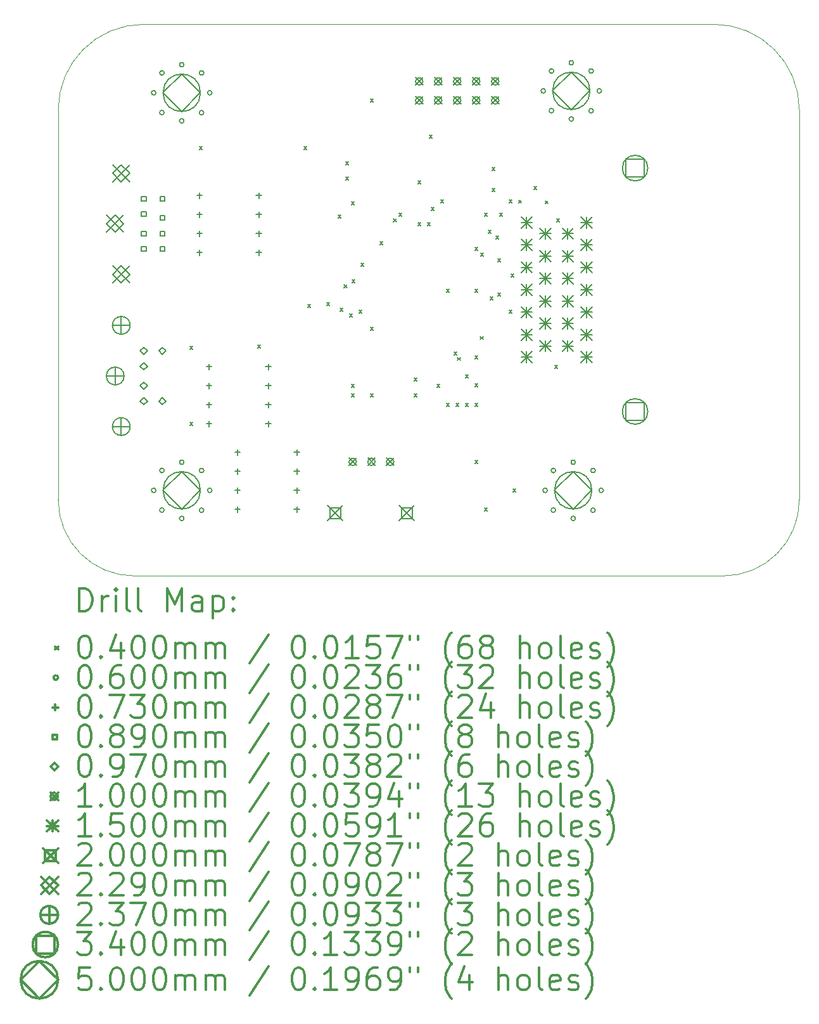
<source format=gbr>
%FSLAX45Y45*%
G04 Gerber Fmt 4.5, Leading zero omitted, Abs format (unit mm)*
G04 Created by KiCad (PCBNEW (5.1.12)-1) date 2022-05-05 18:44:12*
%MOMM*%
%LPD*%
G01*
G04 APERTURE LIST*
%TA.AperFunction,Profile*%
%ADD10C,0.050000*%
%TD*%
%ADD11C,0.200000*%
%ADD12C,0.300000*%
G04 APERTURE END LIST*
D10*
X10795000Y-9017000D02*
X2921000Y-9017000D01*
X10668000Y-1651000D02*
X9398000Y-1651000D01*
X3048000Y-1651000D02*
X9398000Y-1651000D01*
X11811000Y-2794000D02*
X11811000Y-8001000D01*
X11811000Y-8001000D02*
G75*
G02*
X10795000Y-9017000I-1016000J0D01*
G01*
X10668000Y-1651000D02*
G75*
G02*
X11811000Y-2794000I0J-1143000D01*
G01*
X1905000Y-8001000D02*
X1905000Y-2794000D01*
X2921000Y-9017000D02*
G75*
G02*
X1905000Y-8001000I0J1016000D01*
G01*
X1905000Y-2794000D02*
G75*
G02*
X3048000Y-1651000I1143000J0D01*
G01*
D11*
X3663000Y-5949000D02*
X3703000Y-5989000D01*
X3703000Y-5949000D02*
X3663000Y-5989000D01*
X3663000Y-6965000D02*
X3703000Y-7005000D01*
X3703000Y-6965000D02*
X3663000Y-7005000D01*
X3790000Y-3282000D02*
X3830000Y-3322000D01*
X3830000Y-3282000D02*
X3790000Y-3322000D01*
X4569750Y-5931250D02*
X4609750Y-5971250D01*
X4609750Y-5931250D02*
X4569750Y-5971250D01*
X5187000Y-3282000D02*
X5227000Y-3322000D01*
X5227000Y-3282000D02*
X5187000Y-3322000D01*
X5237800Y-5390200D02*
X5277800Y-5430200D01*
X5277800Y-5390200D02*
X5237800Y-5430200D01*
X5491800Y-5364800D02*
X5531800Y-5404800D01*
X5531800Y-5364800D02*
X5491800Y-5404800D01*
X5644200Y-4196400D02*
X5684200Y-4236400D01*
X5684200Y-4196400D02*
X5644200Y-4236400D01*
X5669600Y-5441000D02*
X5709600Y-5481000D01*
X5709600Y-5441000D02*
X5669600Y-5481000D01*
X5725000Y-5130000D02*
X5765000Y-5170000D01*
X5765000Y-5130000D02*
X5725000Y-5170000D01*
X5745800Y-3485200D02*
X5785800Y-3525200D01*
X5785800Y-3485200D02*
X5745800Y-3525200D01*
X5745800Y-3688400D02*
X5785800Y-3728400D01*
X5785800Y-3688400D02*
X5745800Y-3728400D01*
X5796600Y-5517200D02*
X5836600Y-5557200D01*
X5836600Y-5517200D02*
X5796600Y-5557200D01*
X5822000Y-4018600D02*
X5862000Y-4058600D01*
X5862000Y-4018600D02*
X5822000Y-4058600D01*
X5822000Y-6457000D02*
X5862000Y-6497000D01*
X5862000Y-6457000D02*
X5822000Y-6497000D01*
X5822000Y-6584000D02*
X5862000Y-6624000D01*
X5862000Y-6584000D02*
X5822000Y-6624000D01*
X5831255Y-5060000D02*
X5871255Y-5100000D01*
X5871255Y-5060000D02*
X5831255Y-5100000D01*
X5923600Y-5466400D02*
X5963600Y-5506400D01*
X5963600Y-5466400D02*
X5923600Y-5506400D01*
X5949000Y-4842474D02*
X5989000Y-4882474D01*
X5989000Y-4842474D02*
X5949000Y-4882474D01*
X6076000Y-2647000D02*
X6116000Y-2687000D01*
X6116000Y-2647000D02*
X6076000Y-2687000D01*
X6076000Y-5695000D02*
X6116000Y-5735000D01*
X6116000Y-5695000D02*
X6076000Y-5735000D01*
X6076000Y-6584000D02*
X6116000Y-6624000D01*
X6116000Y-6584000D02*
X6076000Y-6624000D01*
X6203000Y-4552000D02*
X6243000Y-4592000D01*
X6243000Y-4552000D02*
X6203000Y-4592000D01*
X6385092Y-4246000D02*
X6425092Y-4286000D01*
X6425092Y-4246000D02*
X6385092Y-4286000D01*
X6457000Y-4171000D02*
X6497000Y-4211000D01*
X6497000Y-4171000D02*
X6457000Y-4211000D01*
X6660200Y-6376200D02*
X6700200Y-6416200D01*
X6700200Y-6376200D02*
X6660200Y-6416200D01*
X6660200Y-6584000D02*
X6700200Y-6624000D01*
X6700200Y-6584000D02*
X6660200Y-6624000D01*
X6711000Y-3739200D02*
X6751000Y-3779200D01*
X6751000Y-3739200D02*
X6711000Y-3779200D01*
X6711000Y-4298000D02*
X6751000Y-4338000D01*
X6751000Y-4298000D02*
X6711000Y-4338000D01*
X6838000Y-4298000D02*
X6878000Y-4338000D01*
X6878000Y-4298000D02*
X6838000Y-4338000D01*
X6863400Y-3129600D02*
X6903400Y-3169600D01*
X6903400Y-3129600D02*
X6863400Y-3169600D01*
X6888800Y-4094800D02*
X6928800Y-4134800D01*
X6928800Y-4094800D02*
X6888800Y-4134800D01*
X6965000Y-6457000D02*
X7005000Y-6497000D01*
X7005000Y-6457000D02*
X6965000Y-6497000D01*
X7015800Y-3993200D02*
X7055800Y-4033200D01*
X7055800Y-3993200D02*
X7015800Y-4033200D01*
X7092000Y-5187000D02*
X7132000Y-5227000D01*
X7132000Y-5187000D02*
X7092000Y-5227000D01*
X7092000Y-6711000D02*
X7132000Y-6751000D01*
X7132000Y-6711000D02*
X7092000Y-6751000D01*
X7193600Y-6025200D02*
X7233600Y-6065200D01*
X7233600Y-6025200D02*
X7193600Y-6065200D01*
X7219000Y-6711000D02*
X7259000Y-6751000D01*
X7259000Y-6711000D02*
X7219000Y-6751000D01*
X7240702Y-6097702D02*
X7280702Y-6137702D01*
X7280702Y-6097702D02*
X7240702Y-6137702D01*
X7346000Y-6330000D02*
X7386000Y-6370000D01*
X7386000Y-6330000D02*
X7346000Y-6370000D01*
X7346000Y-6711000D02*
X7386000Y-6751000D01*
X7386000Y-6711000D02*
X7346000Y-6751000D01*
X7473000Y-4628200D02*
X7513000Y-4668200D01*
X7513000Y-4628200D02*
X7473000Y-4668200D01*
X7473000Y-5187000D02*
X7513000Y-5227000D01*
X7513000Y-5187000D02*
X7473000Y-5227000D01*
X7473000Y-6076000D02*
X7513000Y-6116000D01*
X7513000Y-6076000D02*
X7473000Y-6116000D01*
X7473000Y-6449200D02*
X7513000Y-6489200D01*
X7513000Y-6449200D02*
X7473000Y-6489200D01*
X7473000Y-6711000D02*
X7513000Y-6751000D01*
X7513000Y-6711000D02*
X7473000Y-6751000D01*
X7473000Y-7473000D02*
X7513000Y-7513000D01*
X7513000Y-7473000D02*
X7473000Y-7513000D01*
X7546967Y-5819767D02*
X7586967Y-5859767D01*
X7586967Y-5819767D02*
X7546967Y-5859767D01*
X7549200Y-4704400D02*
X7589200Y-4744400D01*
X7589200Y-4704400D02*
X7549200Y-4744400D01*
X7600000Y-4171000D02*
X7640000Y-4211000D01*
X7640000Y-4171000D02*
X7600000Y-4211000D01*
X7600000Y-8108000D02*
X7640000Y-8148000D01*
X7640000Y-8108000D02*
X7600000Y-8148000D01*
X7650800Y-4399600D02*
X7690800Y-4439600D01*
X7690800Y-4399600D02*
X7650800Y-4439600D01*
X7676200Y-5288600D02*
X7716200Y-5328600D01*
X7716200Y-5288600D02*
X7676200Y-5328600D01*
X7701600Y-3561400D02*
X7741600Y-3601400D01*
X7741600Y-3561400D02*
X7701600Y-3601400D01*
X7701600Y-3840800D02*
X7741600Y-3880800D01*
X7741600Y-3840800D02*
X7701600Y-3880800D01*
X7752400Y-4475800D02*
X7792400Y-4515800D01*
X7792400Y-4475800D02*
X7752400Y-4515800D01*
X7777800Y-5237800D02*
X7817800Y-5277800D01*
X7817800Y-5237800D02*
X7777800Y-5277800D01*
X7779000Y-4780600D02*
X7819000Y-4820600D01*
X7819000Y-4780600D02*
X7779000Y-4820600D01*
X7803200Y-4171000D02*
X7843200Y-4211000D01*
X7843200Y-4171000D02*
X7803200Y-4211000D01*
X7930200Y-3993200D02*
X7970200Y-4033200D01*
X7970200Y-3993200D02*
X7930200Y-4033200D01*
X7930200Y-5466400D02*
X7970200Y-5506400D01*
X7970200Y-5466400D02*
X7930200Y-5506400D01*
X7955600Y-4983800D02*
X7995600Y-5023800D01*
X7995600Y-4983800D02*
X7955600Y-5023800D01*
X7981000Y-7854000D02*
X8021000Y-7894000D01*
X8021000Y-7854000D02*
X7981000Y-7894000D01*
X8057200Y-4000099D02*
X8097200Y-4040099D01*
X8097200Y-4000099D02*
X8057200Y-4040099D01*
X8260400Y-3815400D02*
X8300400Y-3855400D01*
X8300400Y-3815400D02*
X8260400Y-3855400D01*
X8412800Y-4008500D02*
X8452800Y-4048500D01*
X8452800Y-4008500D02*
X8412800Y-4048500D01*
X8539800Y-6203000D02*
X8579800Y-6243000D01*
X8579800Y-6203000D02*
X8539800Y-6243000D01*
X8565200Y-4247200D02*
X8605200Y-4287200D01*
X8605200Y-4247200D02*
X8565200Y-4287200D01*
X3211000Y-2565400D02*
G75*
G03*
X3211000Y-2565400I-30000J0D01*
G01*
X3211000Y-7874000D02*
G75*
G03*
X3211000Y-7874000I-30000J0D01*
G01*
X3320835Y-2300235D02*
G75*
G03*
X3320835Y-2300235I-30000J0D01*
G01*
X3320835Y-2830565D02*
G75*
G03*
X3320835Y-2830565I-30000J0D01*
G01*
X3320835Y-7608835D02*
G75*
G03*
X3320835Y-7608835I-30000J0D01*
G01*
X3320835Y-8139165D02*
G75*
G03*
X3320835Y-8139165I-30000J0D01*
G01*
X3586000Y-2190400D02*
G75*
G03*
X3586000Y-2190400I-30000J0D01*
G01*
X3586000Y-2940400D02*
G75*
G03*
X3586000Y-2940400I-30000J0D01*
G01*
X3586000Y-7499000D02*
G75*
G03*
X3586000Y-7499000I-30000J0D01*
G01*
X3586000Y-8249000D02*
G75*
G03*
X3586000Y-8249000I-30000J0D01*
G01*
X3851165Y-2300235D02*
G75*
G03*
X3851165Y-2300235I-30000J0D01*
G01*
X3851165Y-2830565D02*
G75*
G03*
X3851165Y-2830565I-30000J0D01*
G01*
X3851165Y-7608835D02*
G75*
G03*
X3851165Y-7608835I-30000J0D01*
G01*
X3851165Y-8139165D02*
G75*
G03*
X3851165Y-8139165I-30000J0D01*
G01*
X3961000Y-2565400D02*
G75*
G03*
X3961000Y-2565400I-30000J0D01*
G01*
X3961000Y-7874000D02*
G75*
G03*
X3961000Y-7874000I-30000J0D01*
G01*
X8418000Y-2540000D02*
G75*
G03*
X8418000Y-2540000I-30000J0D01*
G01*
X8443400Y-7874000D02*
G75*
G03*
X8443400Y-7874000I-30000J0D01*
G01*
X8527835Y-2274835D02*
G75*
G03*
X8527835Y-2274835I-30000J0D01*
G01*
X8527835Y-2805165D02*
G75*
G03*
X8527835Y-2805165I-30000J0D01*
G01*
X8553235Y-7608835D02*
G75*
G03*
X8553235Y-7608835I-30000J0D01*
G01*
X8553235Y-8139165D02*
G75*
G03*
X8553235Y-8139165I-30000J0D01*
G01*
X8793000Y-2165000D02*
G75*
G03*
X8793000Y-2165000I-30000J0D01*
G01*
X8793000Y-2915000D02*
G75*
G03*
X8793000Y-2915000I-30000J0D01*
G01*
X8818400Y-7499000D02*
G75*
G03*
X8818400Y-7499000I-30000J0D01*
G01*
X8818400Y-8249000D02*
G75*
G03*
X8818400Y-8249000I-30000J0D01*
G01*
X9058165Y-2274835D02*
G75*
G03*
X9058165Y-2274835I-30000J0D01*
G01*
X9058165Y-2805165D02*
G75*
G03*
X9058165Y-2805165I-30000J0D01*
G01*
X9083565Y-7608835D02*
G75*
G03*
X9083565Y-7608835I-30000J0D01*
G01*
X9083565Y-8139165D02*
G75*
G03*
X9083565Y-8139165I-30000J0D01*
G01*
X9168000Y-2540000D02*
G75*
G03*
X9168000Y-2540000I-30000J0D01*
G01*
X9193400Y-7874000D02*
G75*
G03*
X9193400Y-7874000I-30000J0D01*
G01*
X3794000Y-3900500D02*
X3794000Y-3973500D01*
X3757500Y-3937000D02*
X3830500Y-3937000D01*
X3794000Y-4154500D02*
X3794000Y-4227500D01*
X3757500Y-4191000D02*
X3830500Y-4191000D01*
X3794000Y-4408500D02*
X3794000Y-4481500D01*
X3757500Y-4445000D02*
X3830500Y-4445000D01*
X3794000Y-4662500D02*
X3794000Y-4735500D01*
X3757500Y-4699000D02*
X3830500Y-4699000D01*
X3921000Y-6186500D02*
X3921000Y-6259500D01*
X3884500Y-6223000D02*
X3957500Y-6223000D01*
X3921000Y-6440500D02*
X3921000Y-6513500D01*
X3884500Y-6477000D02*
X3957500Y-6477000D01*
X3921000Y-6694500D02*
X3921000Y-6767500D01*
X3884500Y-6731000D02*
X3957500Y-6731000D01*
X3921000Y-6948500D02*
X3921000Y-7021500D01*
X3884500Y-6985000D02*
X3957500Y-6985000D01*
X4302000Y-7329500D02*
X4302000Y-7402500D01*
X4265500Y-7366000D02*
X4338500Y-7366000D01*
X4302000Y-7583500D02*
X4302000Y-7656500D01*
X4265500Y-7620000D02*
X4338500Y-7620000D01*
X4302000Y-7837500D02*
X4302000Y-7910500D01*
X4265500Y-7874000D02*
X4338500Y-7874000D01*
X4302000Y-8091500D02*
X4302000Y-8164500D01*
X4265500Y-8128000D02*
X4338500Y-8128000D01*
X4588000Y-3900500D02*
X4588000Y-3973500D01*
X4551500Y-3937000D02*
X4624500Y-3937000D01*
X4588000Y-4154500D02*
X4588000Y-4227500D01*
X4551500Y-4191000D02*
X4624500Y-4191000D01*
X4588000Y-4408500D02*
X4588000Y-4481500D01*
X4551500Y-4445000D02*
X4624500Y-4445000D01*
X4588000Y-4662500D02*
X4588000Y-4735500D01*
X4551500Y-4699000D02*
X4624500Y-4699000D01*
X4715000Y-6186500D02*
X4715000Y-6259500D01*
X4678500Y-6223000D02*
X4751500Y-6223000D01*
X4715000Y-6440500D02*
X4715000Y-6513500D01*
X4678500Y-6477000D02*
X4751500Y-6477000D01*
X4715000Y-6694500D02*
X4715000Y-6767500D01*
X4678500Y-6731000D02*
X4751500Y-6731000D01*
X4715000Y-6948500D02*
X4715000Y-7021500D01*
X4678500Y-6985000D02*
X4751500Y-6985000D01*
X5096000Y-7329500D02*
X5096000Y-7402500D01*
X5059500Y-7366000D02*
X5132500Y-7366000D01*
X5096000Y-7583500D02*
X5096000Y-7656500D01*
X5059500Y-7620000D02*
X5132500Y-7620000D01*
X5096000Y-7837500D02*
X5096000Y-7910500D01*
X5059500Y-7874000D02*
X5132500Y-7874000D01*
X5096000Y-8091500D02*
X5096000Y-8164500D01*
X5059500Y-8128000D02*
X5132500Y-8128000D01*
X3079467Y-4011467D02*
X3079467Y-3948533D01*
X3016533Y-3948533D01*
X3016533Y-4011467D01*
X3079467Y-4011467D01*
X3079467Y-4216467D02*
X3079467Y-4153533D01*
X3016533Y-4153533D01*
X3016533Y-4216467D01*
X3079467Y-4216467D01*
X3079467Y-4476467D02*
X3079467Y-4413533D01*
X3016533Y-4413533D01*
X3016533Y-4476467D01*
X3079467Y-4476467D01*
X3079467Y-4681467D02*
X3079467Y-4618533D01*
X3016533Y-4618533D01*
X3016533Y-4681467D01*
X3079467Y-4681467D01*
X3328467Y-4011467D02*
X3328467Y-3948533D01*
X3265533Y-3948533D01*
X3265533Y-4011467D01*
X3328467Y-4011467D01*
X3328467Y-4265467D02*
X3328467Y-4202533D01*
X3265533Y-4202533D01*
X3265533Y-4265467D01*
X3328467Y-4265467D01*
X3328467Y-4476467D02*
X3328467Y-4413533D01*
X3265533Y-4413533D01*
X3265533Y-4476467D01*
X3328467Y-4476467D01*
X3328467Y-4681467D02*
X3328467Y-4618533D01*
X3265533Y-4618533D01*
X3265533Y-4681467D01*
X3328467Y-4681467D01*
X3048000Y-6060500D02*
X3096500Y-6012000D01*
X3048000Y-5963500D01*
X2999500Y-6012000D01*
X3048000Y-6060500D01*
X3048000Y-6265500D02*
X3096500Y-6217000D01*
X3048000Y-6168500D01*
X2999500Y-6217000D01*
X3048000Y-6265500D01*
X3048000Y-6525500D02*
X3096500Y-6477000D01*
X3048000Y-6428500D01*
X2999500Y-6477000D01*
X3048000Y-6525500D01*
X3048000Y-6730500D02*
X3096500Y-6682000D01*
X3048000Y-6633500D01*
X2999500Y-6682000D01*
X3048000Y-6730500D01*
X3297000Y-6060500D02*
X3345500Y-6012000D01*
X3297000Y-5963500D01*
X3248500Y-6012000D01*
X3297000Y-6060500D01*
X3297000Y-6730500D02*
X3345500Y-6682000D01*
X3297000Y-6633500D01*
X3248500Y-6682000D01*
X3297000Y-6730500D01*
X5792000Y-7443000D02*
X5892000Y-7543000D01*
X5892000Y-7443000D02*
X5792000Y-7543000D01*
X5892000Y-7493000D02*
G75*
G03*
X5892000Y-7493000I-50000J0D01*
G01*
X6042000Y-7443000D02*
X6142000Y-7543000D01*
X6142000Y-7443000D02*
X6042000Y-7543000D01*
X6142000Y-7493000D02*
G75*
G03*
X6142000Y-7493000I-50000J0D01*
G01*
X6292000Y-7443000D02*
X6392000Y-7543000D01*
X6392000Y-7443000D02*
X6292000Y-7543000D01*
X6392000Y-7493000D02*
G75*
G03*
X6392000Y-7493000I-50000J0D01*
G01*
X6681000Y-2363000D02*
X6781000Y-2463000D01*
X6781000Y-2363000D02*
X6681000Y-2463000D01*
X6781000Y-2413000D02*
G75*
G03*
X6781000Y-2413000I-50000J0D01*
G01*
X6681000Y-2617000D02*
X6781000Y-2717000D01*
X6781000Y-2617000D02*
X6681000Y-2717000D01*
X6781000Y-2667000D02*
G75*
G03*
X6781000Y-2667000I-50000J0D01*
G01*
X6935000Y-2363000D02*
X7035000Y-2463000D01*
X7035000Y-2363000D02*
X6935000Y-2463000D01*
X7035000Y-2413000D02*
G75*
G03*
X7035000Y-2413000I-50000J0D01*
G01*
X6935000Y-2617000D02*
X7035000Y-2717000D01*
X7035000Y-2617000D02*
X6935000Y-2717000D01*
X7035000Y-2667000D02*
G75*
G03*
X7035000Y-2667000I-50000J0D01*
G01*
X7189000Y-2363000D02*
X7289000Y-2463000D01*
X7289000Y-2363000D02*
X7189000Y-2463000D01*
X7289000Y-2413000D02*
G75*
G03*
X7289000Y-2413000I-50000J0D01*
G01*
X7189000Y-2617000D02*
X7289000Y-2717000D01*
X7289000Y-2617000D02*
X7189000Y-2717000D01*
X7289000Y-2667000D02*
G75*
G03*
X7289000Y-2667000I-50000J0D01*
G01*
X7443000Y-2363000D02*
X7543000Y-2463000D01*
X7543000Y-2363000D02*
X7443000Y-2463000D01*
X7543000Y-2413000D02*
G75*
G03*
X7543000Y-2413000I-50000J0D01*
G01*
X7443000Y-2617000D02*
X7543000Y-2717000D01*
X7543000Y-2617000D02*
X7443000Y-2717000D01*
X7543000Y-2667000D02*
G75*
G03*
X7543000Y-2667000I-50000J0D01*
G01*
X7697000Y-2363000D02*
X7797000Y-2463000D01*
X7797000Y-2363000D02*
X7697000Y-2463000D01*
X7797000Y-2413000D02*
G75*
G03*
X7797000Y-2413000I-50000J0D01*
G01*
X7697000Y-2617000D02*
X7797000Y-2717000D01*
X7797000Y-2617000D02*
X7697000Y-2717000D01*
X7797000Y-2667000D02*
G75*
G03*
X7797000Y-2667000I-50000J0D01*
G01*
X8091200Y-4221000D02*
X8241200Y-4371000D01*
X8241200Y-4221000D02*
X8091200Y-4371000D01*
X8166200Y-4221000D02*
X8166200Y-4371000D01*
X8091200Y-4296000D02*
X8241200Y-4296000D01*
X8091200Y-4521000D02*
X8241200Y-4671000D01*
X8241200Y-4521000D02*
X8091200Y-4671000D01*
X8166200Y-4521000D02*
X8166200Y-4671000D01*
X8091200Y-4596000D02*
X8241200Y-4596000D01*
X8091200Y-4821000D02*
X8241200Y-4971000D01*
X8241200Y-4821000D02*
X8091200Y-4971000D01*
X8166200Y-4821000D02*
X8166200Y-4971000D01*
X8091200Y-4896000D02*
X8241200Y-4896000D01*
X8091200Y-5121000D02*
X8241200Y-5271000D01*
X8241200Y-5121000D02*
X8091200Y-5271000D01*
X8166200Y-5121000D02*
X8166200Y-5271000D01*
X8091200Y-5196000D02*
X8241200Y-5196000D01*
X8091200Y-5421000D02*
X8241200Y-5571000D01*
X8241200Y-5421000D02*
X8091200Y-5571000D01*
X8166200Y-5421000D02*
X8166200Y-5571000D01*
X8091200Y-5496000D02*
X8241200Y-5496000D01*
X8091200Y-5721000D02*
X8241200Y-5871000D01*
X8241200Y-5721000D02*
X8091200Y-5871000D01*
X8166200Y-5721000D02*
X8166200Y-5871000D01*
X8091200Y-5796000D02*
X8241200Y-5796000D01*
X8091200Y-6021000D02*
X8241200Y-6171000D01*
X8241200Y-6021000D02*
X8091200Y-6171000D01*
X8166200Y-6021000D02*
X8166200Y-6171000D01*
X8091200Y-6096000D02*
X8241200Y-6096000D01*
X8341200Y-4371000D02*
X8491200Y-4521000D01*
X8491200Y-4371000D02*
X8341200Y-4521000D01*
X8416200Y-4371000D02*
X8416200Y-4521000D01*
X8341200Y-4446000D02*
X8491200Y-4446000D01*
X8341200Y-4671000D02*
X8491200Y-4821000D01*
X8491200Y-4671000D02*
X8341200Y-4821000D01*
X8416200Y-4671000D02*
X8416200Y-4821000D01*
X8341200Y-4746000D02*
X8491200Y-4746000D01*
X8341200Y-4971000D02*
X8491200Y-5121000D01*
X8491200Y-4971000D02*
X8341200Y-5121000D01*
X8416200Y-4971000D02*
X8416200Y-5121000D01*
X8341200Y-5046000D02*
X8491200Y-5046000D01*
X8341200Y-5271000D02*
X8491200Y-5421000D01*
X8491200Y-5271000D02*
X8341200Y-5421000D01*
X8416200Y-5271000D02*
X8416200Y-5421000D01*
X8341200Y-5346000D02*
X8491200Y-5346000D01*
X8341200Y-5571000D02*
X8491200Y-5721000D01*
X8491200Y-5571000D02*
X8341200Y-5721000D01*
X8416200Y-5571000D02*
X8416200Y-5721000D01*
X8341200Y-5646000D02*
X8491200Y-5646000D01*
X8341200Y-5871000D02*
X8491200Y-6021000D01*
X8491200Y-5871000D02*
X8341200Y-6021000D01*
X8416200Y-5871000D02*
X8416200Y-6021000D01*
X8341200Y-5946000D02*
X8491200Y-5946000D01*
X8641200Y-4371000D02*
X8791200Y-4521000D01*
X8791200Y-4371000D02*
X8641200Y-4521000D01*
X8716200Y-4371000D02*
X8716200Y-4521000D01*
X8641200Y-4446000D02*
X8791200Y-4446000D01*
X8641200Y-4671000D02*
X8791200Y-4821000D01*
X8791200Y-4671000D02*
X8641200Y-4821000D01*
X8716200Y-4671000D02*
X8716200Y-4821000D01*
X8641200Y-4746000D02*
X8791200Y-4746000D01*
X8641200Y-4971000D02*
X8791200Y-5121000D01*
X8791200Y-4971000D02*
X8641200Y-5121000D01*
X8716200Y-4971000D02*
X8716200Y-5121000D01*
X8641200Y-5046000D02*
X8791200Y-5046000D01*
X8641200Y-5271000D02*
X8791200Y-5421000D01*
X8791200Y-5271000D02*
X8641200Y-5421000D01*
X8716200Y-5271000D02*
X8716200Y-5421000D01*
X8641200Y-5346000D02*
X8791200Y-5346000D01*
X8641200Y-5571000D02*
X8791200Y-5721000D01*
X8791200Y-5571000D02*
X8641200Y-5721000D01*
X8716200Y-5571000D02*
X8716200Y-5721000D01*
X8641200Y-5646000D02*
X8791200Y-5646000D01*
X8641200Y-5871000D02*
X8791200Y-6021000D01*
X8791200Y-5871000D02*
X8641200Y-6021000D01*
X8716200Y-5871000D02*
X8716200Y-6021000D01*
X8641200Y-5946000D02*
X8791200Y-5946000D01*
X8891200Y-4221000D02*
X9041200Y-4371000D01*
X9041200Y-4221000D02*
X8891200Y-4371000D01*
X8966200Y-4221000D02*
X8966200Y-4371000D01*
X8891200Y-4296000D02*
X9041200Y-4296000D01*
X8891200Y-4521000D02*
X9041200Y-4671000D01*
X9041200Y-4521000D02*
X8891200Y-4671000D01*
X8966200Y-4521000D02*
X8966200Y-4671000D01*
X8891200Y-4596000D02*
X9041200Y-4596000D01*
X8891200Y-4821000D02*
X9041200Y-4971000D01*
X9041200Y-4821000D02*
X8891200Y-4971000D01*
X8966200Y-4821000D02*
X8966200Y-4971000D01*
X8891200Y-4896000D02*
X9041200Y-4896000D01*
X8891200Y-5121000D02*
X9041200Y-5271000D01*
X9041200Y-5121000D02*
X8891200Y-5271000D01*
X8966200Y-5121000D02*
X8966200Y-5271000D01*
X8891200Y-5196000D02*
X9041200Y-5196000D01*
X8891200Y-5421000D02*
X9041200Y-5571000D01*
X9041200Y-5421000D02*
X8891200Y-5571000D01*
X8966200Y-5421000D02*
X8966200Y-5571000D01*
X8891200Y-5496000D02*
X9041200Y-5496000D01*
X8891200Y-5721000D02*
X9041200Y-5871000D01*
X9041200Y-5721000D02*
X8891200Y-5871000D01*
X8966200Y-5721000D02*
X8966200Y-5871000D01*
X8891200Y-5796000D02*
X9041200Y-5796000D01*
X8891200Y-6021000D02*
X9041200Y-6171000D01*
X9041200Y-6021000D02*
X8891200Y-6171000D01*
X8966200Y-6021000D02*
X8966200Y-6171000D01*
X8891200Y-6096000D02*
X9041200Y-6096000D01*
X5507000Y-8078000D02*
X5707000Y-8278000D01*
X5707000Y-8078000D02*
X5507000Y-8278000D01*
X5677711Y-8248711D02*
X5677711Y-8107289D01*
X5536289Y-8107289D01*
X5536289Y-8248711D01*
X5677711Y-8248711D01*
X6464000Y-8078000D02*
X6664000Y-8278000D01*
X6664000Y-8078000D02*
X6464000Y-8278000D01*
X6634711Y-8248711D02*
X6634711Y-8107289D01*
X6493289Y-8107289D01*
X6493289Y-8248711D01*
X6634711Y-8248711D01*
X2552500Y-4200500D02*
X2781500Y-4429500D01*
X2781500Y-4200500D02*
X2552500Y-4429500D01*
X2667000Y-4429500D02*
X2781500Y-4315000D01*
X2667000Y-4200500D01*
X2552500Y-4315000D01*
X2667000Y-4429500D01*
X2633500Y-3524500D02*
X2862500Y-3753500D01*
X2862500Y-3524500D02*
X2633500Y-3753500D01*
X2748000Y-3753500D02*
X2862500Y-3639000D01*
X2748000Y-3524500D01*
X2633500Y-3639000D01*
X2748000Y-3753500D01*
X2633500Y-4876500D02*
X2862500Y-5105500D01*
X2862500Y-4876500D02*
X2633500Y-5105500D01*
X2748000Y-5105500D02*
X2862500Y-4991000D01*
X2748000Y-4876500D01*
X2633500Y-4991000D01*
X2748000Y-5105500D01*
X2667000Y-6228500D02*
X2667000Y-6465500D01*
X2548500Y-6347000D02*
X2785500Y-6347000D01*
X2785500Y-6347000D02*
G75*
G03*
X2785500Y-6347000I-118500J0D01*
G01*
X2748000Y-5552500D02*
X2748000Y-5789500D01*
X2629500Y-5671000D02*
X2866500Y-5671000D01*
X2866500Y-5671000D02*
G75*
G03*
X2866500Y-5671000I-118500J0D01*
G01*
X2748000Y-6904500D02*
X2748000Y-7141500D01*
X2629500Y-7023000D02*
X2866500Y-7023000D01*
X2866500Y-7023000D02*
G75*
G03*
X2866500Y-7023000I-118500J0D01*
G01*
X9736409Y-3691209D02*
X9736409Y-3450791D01*
X9495991Y-3450791D01*
X9495991Y-3691209D01*
X9736409Y-3691209D01*
X9786200Y-3571000D02*
G75*
G03*
X9786200Y-3571000I-170000J0D01*
G01*
X9736409Y-6941209D02*
X9736409Y-6700791D01*
X9495991Y-6700791D01*
X9495991Y-6941209D01*
X9736409Y-6941209D01*
X9786200Y-6821000D02*
G75*
G03*
X9786200Y-6821000I-170000J0D01*
G01*
X3556000Y-2815400D02*
X3806000Y-2565400D01*
X3556000Y-2315400D01*
X3306000Y-2565400D01*
X3556000Y-2815400D01*
X3806000Y-2565400D02*
G75*
G03*
X3806000Y-2565400I-250000J0D01*
G01*
X3556000Y-8124000D02*
X3806000Y-7874000D01*
X3556000Y-7624000D01*
X3306000Y-7874000D01*
X3556000Y-8124000D01*
X3806000Y-7874000D02*
G75*
G03*
X3806000Y-7874000I-250000J0D01*
G01*
X8763000Y-2790000D02*
X9013000Y-2540000D01*
X8763000Y-2290000D01*
X8513000Y-2540000D01*
X8763000Y-2790000D01*
X9013000Y-2540000D02*
G75*
G03*
X9013000Y-2540000I-250000J0D01*
G01*
X8788400Y-8124000D02*
X9038400Y-7874000D01*
X8788400Y-7624000D01*
X8538400Y-7874000D01*
X8788400Y-8124000D01*
X9038400Y-7874000D02*
G75*
G03*
X9038400Y-7874000I-250000J0D01*
G01*
D12*
X2188928Y-9485214D02*
X2188928Y-9185214D01*
X2260357Y-9185214D01*
X2303214Y-9199500D01*
X2331786Y-9228072D01*
X2346071Y-9256643D01*
X2360357Y-9313786D01*
X2360357Y-9356643D01*
X2346071Y-9413786D01*
X2331786Y-9442357D01*
X2303214Y-9470929D01*
X2260357Y-9485214D01*
X2188928Y-9485214D01*
X2488928Y-9485214D02*
X2488928Y-9285214D01*
X2488928Y-9342357D02*
X2503214Y-9313786D01*
X2517500Y-9299500D01*
X2546071Y-9285214D01*
X2574643Y-9285214D01*
X2674643Y-9485214D02*
X2674643Y-9285214D01*
X2674643Y-9185214D02*
X2660357Y-9199500D01*
X2674643Y-9213786D01*
X2688928Y-9199500D01*
X2674643Y-9185214D01*
X2674643Y-9213786D01*
X2860357Y-9485214D02*
X2831786Y-9470929D01*
X2817500Y-9442357D01*
X2817500Y-9185214D01*
X3017500Y-9485214D02*
X2988928Y-9470929D01*
X2974643Y-9442357D01*
X2974643Y-9185214D01*
X3360357Y-9485214D02*
X3360357Y-9185214D01*
X3460357Y-9399500D01*
X3560357Y-9185214D01*
X3560357Y-9485214D01*
X3831786Y-9485214D02*
X3831786Y-9328072D01*
X3817500Y-9299500D01*
X3788928Y-9285214D01*
X3731786Y-9285214D01*
X3703214Y-9299500D01*
X3831786Y-9470929D02*
X3803214Y-9485214D01*
X3731786Y-9485214D01*
X3703214Y-9470929D01*
X3688928Y-9442357D01*
X3688928Y-9413786D01*
X3703214Y-9385214D01*
X3731786Y-9370929D01*
X3803214Y-9370929D01*
X3831786Y-9356643D01*
X3974643Y-9285214D02*
X3974643Y-9585214D01*
X3974643Y-9299500D02*
X4003214Y-9285214D01*
X4060357Y-9285214D01*
X4088928Y-9299500D01*
X4103214Y-9313786D01*
X4117500Y-9342357D01*
X4117500Y-9428072D01*
X4103214Y-9456643D01*
X4088928Y-9470929D01*
X4060357Y-9485214D01*
X4003214Y-9485214D01*
X3974643Y-9470929D01*
X4246071Y-9456643D02*
X4260357Y-9470929D01*
X4246071Y-9485214D01*
X4231786Y-9470929D01*
X4246071Y-9456643D01*
X4246071Y-9485214D01*
X4246071Y-9299500D02*
X4260357Y-9313786D01*
X4246071Y-9328072D01*
X4231786Y-9313786D01*
X4246071Y-9299500D01*
X4246071Y-9328072D01*
X1862500Y-9959500D02*
X1902500Y-9999500D01*
X1902500Y-9959500D02*
X1862500Y-9999500D01*
X2246071Y-9815214D02*
X2274643Y-9815214D01*
X2303214Y-9829500D01*
X2317500Y-9843786D01*
X2331786Y-9872357D01*
X2346071Y-9929500D01*
X2346071Y-10000929D01*
X2331786Y-10058072D01*
X2317500Y-10086643D01*
X2303214Y-10100929D01*
X2274643Y-10115214D01*
X2246071Y-10115214D01*
X2217500Y-10100929D01*
X2203214Y-10086643D01*
X2188928Y-10058072D01*
X2174643Y-10000929D01*
X2174643Y-9929500D01*
X2188928Y-9872357D01*
X2203214Y-9843786D01*
X2217500Y-9829500D01*
X2246071Y-9815214D01*
X2474643Y-10086643D02*
X2488928Y-10100929D01*
X2474643Y-10115214D01*
X2460357Y-10100929D01*
X2474643Y-10086643D01*
X2474643Y-10115214D01*
X2746071Y-9915214D02*
X2746071Y-10115214D01*
X2674643Y-9800929D02*
X2603214Y-10015214D01*
X2788928Y-10015214D01*
X2960357Y-9815214D02*
X2988928Y-9815214D01*
X3017500Y-9829500D01*
X3031786Y-9843786D01*
X3046071Y-9872357D01*
X3060357Y-9929500D01*
X3060357Y-10000929D01*
X3046071Y-10058072D01*
X3031786Y-10086643D01*
X3017500Y-10100929D01*
X2988928Y-10115214D01*
X2960357Y-10115214D01*
X2931786Y-10100929D01*
X2917500Y-10086643D01*
X2903214Y-10058072D01*
X2888928Y-10000929D01*
X2888928Y-9929500D01*
X2903214Y-9872357D01*
X2917500Y-9843786D01*
X2931786Y-9829500D01*
X2960357Y-9815214D01*
X3246071Y-9815214D02*
X3274643Y-9815214D01*
X3303214Y-9829500D01*
X3317500Y-9843786D01*
X3331786Y-9872357D01*
X3346071Y-9929500D01*
X3346071Y-10000929D01*
X3331786Y-10058072D01*
X3317500Y-10086643D01*
X3303214Y-10100929D01*
X3274643Y-10115214D01*
X3246071Y-10115214D01*
X3217500Y-10100929D01*
X3203214Y-10086643D01*
X3188928Y-10058072D01*
X3174643Y-10000929D01*
X3174643Y-9929500D01*
X3188928Y-9872357D01*
X3203214Y-9843786D01*
X3217500Y-9829500D01*
X3246071Y-9815214D01*
X3474643Y-10115214D02*
X3474643Y-9915214D01*
X3474643Y-9943786D02*
X3488928Y-9929500D01*
X3517500Y-9915214D01*
X3560357Y-9915214D01*
X3588928Y-9929500D01*
X3603214Y-9958072D01*
X3603214Y-10115214D01*
X3603214Y-9958072D02*
X3617500Y-9929500D01*
X3646071Y-9915214D01*
X3688928Y-9915214D01*
X3717500Y-9929500D01*
X3731786Y-9958072D01*
X3731786Y-10115214D01*
X3874643Y-10115214D02*
X3874643Y-9915214D01*
X3874643Y-9943786D02*
X3888928Y-9929500D01*
X3917500Y-9915214D01*
X3960357Y-9915214D01*
X3988928Y-9929500D01*
X4003214Y-9958072D01*
X4003214Y-10115214D01*
X4003214Y-9958072D02*
X4017500Y-9929500D01*
X4046071Y-9915214D01*
X4088928Y-9915214D01*
X4117500Y-9929500D01*
X4131786Y-9958072D01*
X4131786Y-10115214D01*
X4717500Y-9800929D02*
X4460357Y-10186643D01*
X5103214Y-9815214D02*
X5131786Y-9815214D01*
X5160357Y-9829500D01*
X5174643Y-9843786D01*
X5188928Y-9872357D01*
X5203214Y-9929500D01*
X5203214Y-10000929D01*
X5188928Y-10058072D01*
X5174643Y-10086643D01*
X5160357Y-10100929D01*
X5131786Y-10115214D01*
X5103214Y-10115214D01*
X5074643Y-10100929D01*
X5060357Y-10086643D01*
X5046071Y-10058072D01*
X5031786Y-10000929D01*
X5031786Y-9929500D01*
X5046071Y-9872357D01*
X5060357Y-9843786D01*
X5074643Y-9829500D01*
X5103214Y-9815214D01*
X5331786Y-10086643D02*
X5346071Y-10100929D01*
X5331786Y-10115214D01*
X5317500Y-10100929D01*
X5331786Y-10086643D01*
X5331786Y-10115214D01*
X5531786Y-9815214D02*
X5560357Y-9815214D01*
X5588928Y-9829500D01*
X5603214Y-9843786D01*
X5617500Y-9872357D01*
X5631786Y-9929500D01*
X5631786Y-10000929D01*
X5617500Y-10058072D01*
X5603214Y-10086643D01*
X5588928Y-10100929D01*
X5560357Y-10115214D01*
X5531786Y-10115214D01*
X5503214Y-10100929D01*
X5488928Y-10086643D01*
X5474643Y-10058072D01*
X5460357Y-10000929D01*
X5460357Y-9929500D01*
X5474643Y-9872357D01*
X5488928Y-9843786D01*
X5503214Y-9829500D01*
X5531786Y-9815214D01*
X5917500Y-10115214D02*
X5746071Y-10115214D01*
X5831786Y-10115214D02*
X5831786Y-9815214D01*
X5803214Y-9858072D01*
X5774643Y-9886643D01*
X5746071Y-9900929D01*
X6188928Y-9815214D02*
X6046071Y-9815214D01*
X6031786Y-9958072D01*
X6046071Y-9943786D01*
X6074643Y-9929500D01*
X6146071Y-9929500D01*
X6174643Y-9943786D01*
X6188928Y-9958072D01*
X6203214Y-9986643D01*
X6203214Y-10058072D01*
X6188928Y-10086643D01*
X6174643Y-10100929D01*
X6146071Y-10115214D01*
X6074643Y-10115214D01*
X6046071Y-10100929D01*
X6031786Y-10086643D01*
X6303214Y-9815214D02*
X6503214Y-9815214D01*
X6374643Y-10115214D01*
X6603214Y-9815214D02*
X6603214Y-9872357D01*
X6717500Y-9815214D02*
X6717500Y-9872357D01*
X7160357Y-10229500D02*
X7146071Y-10215214D01*
X7117500Y-10172357D01*
X7103214Y-10143786D01*
X7088928Y-10100929D01*
X7074643Y-10029500D01*
X7074643Y-9972357D01*
X7088928Y-9900929D01*
X7103214Y-9858072D01*
X7117500Y-9829500D01*
X7146071Y-9786643D01*
X7160357Y-9772357D01*
X7403214Y-9815214D02*
X7346071Y-9815214D01*
X7317500Y-9829500D01*
X7303214Y-9843786D01*
X7274643Y-9886643D01*
X7260357Y-9943786D01*
X7260357Y-10058072D01*
X7274643Y-10086643D01*
X7288928Y-10100929D01*
X7317500Y-10115214D01*
X7374643Y-10115214D01*
X7403214Y-10100929D01*
X7417500Y-10086643D01*
X7431786Y-10058072D01*
X7431786Y-9986643D01*
X7417500Y-9958072D01*
X7403214Y-9943786D01*
X7374643Y-9929500D01*
X7317500Y-9929500D01*
X7288928Y-9943786D01*
X7274643Y-9958072D01*
X7260357Y-9986643D01*
X7603214Y-9943786D02*
X7574643Y-9929500D01*
X7560357Y-9915214D01*
X7546071Y-9886643D01*
X7546071Y-9872357D01*
X7560357Y-9843786D01*
X7574643Y-9829500D01*
X7603214Y-9815214D01*
X7660357Y-9815214D01*
X7688928Y-9829500D01*
X7703214Y-9843786D01*
X7717500Y-9872357D01*
X7717500Y-9886643D01*
X7703214Y-9915214D01*
X7688928Y-9929500D01*
X7660357Y-9943786D01*
X7603214Y-9943786D01*
X7574643Y-9958072D01*
X7560357Y-9972357D01*
X7546071Y-10000929D01*
X7546071Y-10058072D01*
X7560357Y-10086643D01*
X7574643Y-10100929D01*
X7603214Y-10115214D01*
X7660357Y-10115214D01*
X7688928Y-10100929D01*
X7703214Y-10086643D01*
X7717500Y-10058072D01*
X7717500Y-10000929D01*
X7703214Y-9972357D01*
X7688928Y-9958072D01*
X7660357Y-9943786D01*
X8074643Y-10115214D02*
X8074643Y-9815214D01*
X8203214Y-10115214D02*
X8203214Y-9958072D01*
X8188928Y-9929500D01*
X8160357Y-9915214D01*
X8117500Y-9915214D01*
X8088928Y-9929500D01*
X8074643Y-9943786D01*
X8388928Y-10115214D02*
X8360357Y-10100929D01*
X8346071Y-10086643D01*
X8331786Y-10058072D01*
X8331786Y-9972357D01*
X8346071Y-9943786D01*
X8360357Y-9929500D01*
X8388928Y-9915214D01*
X8431786Y-9915214D01*
X8460357Y-9929500D01*
X8474643Y-9943786D01*
X8488928Y-9972357D01*
X8488928Y-10058072D01*
X8474643Y-10086643D01*
X8460357Y-10100929D01*
X8431786Y-10115214D01*
X8388928Y-10115214D01*
X8660357Y-10115214D02*
X8631786Y-10100929D01*
X8617500Y-10072357D01*
X8617500Y-9815214D01*
X8888928Y-10100929D02*
X8860357Y-10115214D01*
X8803214Y-10115214D01*
X8774643Y-10100929D01*
X8760357Y-10072357D01*
X8760357Y-9958072D01*
X8774643Y-9929500D01*
X8803214Y-9915214D01*
X8860357Y-9915214D01*
X8888928Y-9929500D01*
X8903214Y-9958072D01*
X8903214Y-9986643D01*
X8760357Y-10015214D01*
X9017500Y-10100929D02*
X9046071Y-10115214D01*
X9103214Y-10115214D01*
X9131786Y-10100929D01*
X9146071Y-10072357D01*
X9146071Y-10058072D01*
X9131786Y-10029500D01*
X9103214Y-10015214D01*
X9060357Y-10015214D01*
X9031786Y-10000929D01*
X9017500Y-9972357D01*
X9017500Y-9958072D01*
X9031786Y-9929500D01*
X9060357Y-9915214D01*
X9103214Y-9915214D01*
X9131786Y-9929500D01*
X9246071Y-10229500D02*
X9260357Y-10215214D01*
X9288928Y-10172357D01*
X9303214Y-10143786D01*
X9317500Y-10100929D01*
X9331786Y-10029500D01*
X9331786Y-9972357D01*
X9317500Y-9900929D01*
X9303214Y-9858072D01*
X9288928Y-9829500D01*
X9260357Y-9786643D01*
X9246071Y-9772357D01*
X1902500Y-10375500D02*
G75*
G03*
X1902500Y-10375500I-30000J0D01*
G01*
X2246071Y-10211214D02*
X2274643Y-10211214D01*
X2303214Y-10225500D01*
X2317500Y-10239786D01*
X2331786Y-10268357D01*
X2346071Y-10325500D01*
X2346071Y-10396929D01*
X2331786Y-10454072D01*
X2317500Y-10482643D01*
X2303214Y-10496929D01*
X2274643Y-10511214D01*
X2246071Y-10511214D01*
X2217500Y-10496929D01*
X2203214Y-10482643D01*
X2188928Y-10454072D01*
X2174643Y-10396929D01*
X2174643Y-10325500D01*
X2188928Y-10268357D01*
X2203214Y-10239786D01*
X2217500Y-10225500D01*
X2246071Y-10211214D01*
X2474643Y-10482643D02*
X2488928Y-10496929D01*
X2474643Y-10511214D01*
X2460357Y-10496929D01*
X2474643Y-10482643D01*
X2474643Y-10511214D01*
X2746071Y-10211214D02*
X2688928Y-10211214D01*
X2660357Y-10225500D01*
X2646071Y-10239786D01*
X2617500Y-10282643D01*
X2603214Y-10339786D01*
X2603214Y-10454072D01*
X2617500Y-10482643D01*
X2631786Y-10496929D01*
X2660357Y-10511214D01*
X2717500Y-10511214D01*
X2746071Y-10496929D01*
X2760357Y-10482643D01*
X2774643Y-10454072D01*
X2774643Y-10382643D01*
X2760357Y-10354072D01*
X2746071Y-10339786D01*
X2717500Y-10325500D01*
X2660357Y-10325500D01*
X2631786Y-10339786D01*
X2617500Y-10354072D01*
X2603214Y-10382643D01*
X2960357Y-10211214D02*
X2988928Y-10211214D01*
X3017500Y-10225500D01*
X3031786Y-10239786D01*
X3046071Y-10268357D01*
X3060357Y-10325500D01*
X3060357Y-10396929D01*
X3046071Y-10454072D01*
X3031786Y-10482643D01*
X3017500Y-10496929D01*
X2988928Y-10511214D01*
X2960357Y-10511214D01*
X2931786Y-10496929D01*
X2917500Y-10482643D01*
X2903214Y-10454072D01*
X2888928Y-10396929D01*
X2888928Y-10325500D01*
X2903214Y-10268357D01*
X2917500Y-10239786D01*
X2931786Y-10225500D01*
X2960357Y-10211214D01*
X3246071Y-10211214D02*
X3274643Y-10211214D01*
X3303214Y-10225500D01*
X3317500Y-10239786D01*
X3331786Y-10268357D01*
X3346071Y-10325500D01*
X3346071Y-10396929D01*
X3331786Y-10454072D01*
X3317500Y-10482643D01*
X3303214Y-10496929D01*
X3274643Y-10511214D01*
X3246071Y-10511214D01*
X3217500Y-10496929D01*
X3203214Y-10482643D01*
X3188928Y-10454072D01*
X3174643Y-10396929D01*
X3174643Y-10325500D01*
X3188928Y-10268357D01*
X3203214Y-10239786D01*
X3217500Y-10225500D01*
X3246071Y-10211214D01*
X3474643Y-10511214D02*
X3474643Y-10311214D01*
X3474643Y-10339786D02*
X3488928Y-10325500D01*
X3517500Y-10311214D01*
X3560357Y-10311214D01*
X3588928Y-10325500D01*
X3603214Y-10354072D01*
X3603214Y-10511214D01*
X3603214Y-10354072D02*
X3617500Y-10325500D01*
X3646071Y-10311214D01*
X3688928Y-10311214D01*
X3717500Y-10325500D01*
X3731786Y-10354072D01*
X3731786Y-10511214D01*
X3874643Y-10511214D02*
X3874643Y-10311214D01*
X3874643Y-10339786D02*
X3888928Y-10325500D01*
X3917500Y-10311214D01*
X3960357Y-10311214D01*
X3988928Y-10325500D01*
X4003214Y-10354072D01*
X4003214Y-10511214D01*
X4003214Y-10354072D02*
X4017500Y-10325500D01*
X4046071Y-10311214D01*
X4088928Y-10311214D01*
X4117500Y-10325500D01*
X4131786Y-10354072D01*
X4131786Y-10511214D01*
X4717500Y-10196929D02*
X4460357Y-10582643D01*
X5103214Y-10211214D02*
X5131786Y-10211214D01*
X5160357Y-10225500D01*
X5174643Y-10239786D01*
X5188928Y-10268357D01*
X5203214Y-10325500D01*
X5203214Y-10396929D01*
X5188928Y-10454072D01*
X5174643Y-10482643D01*
X5160357Y-10496929D01*
X5131786Y-10511214D01*
X5103214Y-10511214D01*
X5074643Y-10496929D01*
X5060357Y-10482643D01*
X5046071Y-10454072D01*
X5031786Y-10396929D01*
X5031786Y-10325500D01*
X5046071Y-10268357D01*
X5060357Y-10239786D01*
X5074643Y-10225500D01*
X5103214Y-10211214D01*
X5331786Y-10482643D02*
X5346071Y-10496929D01*
X5331786Y-10511214D01*
X5317500Y-10496929D01*
X5331786Y-10482643D01*
X5331786Y-10511214D01*
X5531786Y-10211214D02*
X5560357Y-10211214D01*
X5588928Y-10225500D01*
X5603214Y-10239786D01*
X5617500Y-10268357D01*
X5631786Y-10325500D01*
X5631786Y-10396929D01*
X5617500Y-10454072D01*
X5603214Y-10482643D01*
X5588928Y-10496929D01*
X5560357Y-10511214D01*
X5531786Y-10511214D01*
X5503214Y-10496929D01*
X5488928Y-10482643D01*
X5474643Y-10454072D01*
X5460357Y-10396929D01*
X5460357Y-10325500D01*
X5474643Y-10268357D01*
X5488928Y-10239786D01*
X5503214Y-10225500D01*
X5531786Y-10211214D01*
X5746071Y-10239786D02*
X5760357Y-10225500D01*
X5788928Y-10211214D01*
X5860357Y-10211214D01*
X5888928Y-10225500D01*
X5903214Y-10239786D01*
X5917500Y-10268357D01*
X5917500Y-10296929D01*
X5903214Y-10339786D01*
X5731786Y-10511214D01*
X5917500Y-10511214D01*
X6017500Y-10211214D02*
X6203214Y-10211214D01*
X6103214Y-10325500D01*
X6146071Y-10325500D01*
X6174643Y-10339786D01*
X6188928Y-10354072D01*
X6203214Y-10382643D01*
X6203214Y-10454072D01*
X6188928Y-10482643D01*
X6174643Y-10496929D01*
X6146071Y-10511214D01*
X6060357Y-10511214D01*
X6031786Y-10496929D01*
X6017500Y-10482643D01*
X6460357Y-10211214D02*
X6403214Y-10211214D01*
X6374643Y-10225500D01*
X6360357Y-10239786D01*
X6331786Y-10282643D01*
X6317500Y-10339786D01*
X6317500Y-10454072D01*
X6331786Y-10482643D01*
X6346071Y-10496929D01*
X6374643Y-10511214D01*
X6431786Y-10511214D01*
X6460357Y-10496929D01*
X6474643Y-10482643D01*
X6488928Y-10454072D01*
X6488928Y-10382643D01*
X6474643Y-10354072D01*
X6460357Y-10339786D01*
X6431786Y-10325500D01*
X6374643Y-10325500D01*
X6346071Y-10339786D01*
X6331786Y-10354072D01*
X6317500Y-10382643D01*
X6603214Y-10211214D02*
X6603214Y-10268357D01*
X6717500Y-10211214D02*
X6717500Y-10268357D01*
X7160357Y-10625500D02*
X7146071Y-10611214D01*
X7117500Y-10568357D01*
X7103214Y-10539786D01*
X7088928Y-10496929D01*
X7074643Y-10425500D01*
X7074643Y-10368357D01*
X7088928Y-10296929D01*
X7103214Y-10254072D01*
X7117500Y-10225500D01*
X7146071Y-10182643D01*
X7160357Y-10168357D01*
X7246071Y-10211214D02*
X7431786Y-10211214D01*
X7331786Y-10325500D01*
X7374643Y-10325500D01*
X7403214Y-10339786D01*
X7417500Y-10354072D01*
X7431786Y-10382643D01*
X7431786Y-10454072D01*
X7417500Y-10482643D01*
X7403214Y-10496929D01*
X7374643Y-10511214D01*
X7288928Y-10511214D01*
X7260357Y-10496929D01*
X7246071Y-10482643D01*
X7546071Y-10239786D02*
X7560357Y-10225500D01*
X7588928Y-10211214D01*
X7660357Y-10211214D01*
X7688928Y-10225500D01*
X7703214Y-10239786D01*
X7717500Y-10268357D01*
X7717500Y-10296929D01*
X7703214Y-10339786D01*
X7531786Y-10511214D01*
X7717500Y-10511214D01*
X8074643Y-10511214D02*
X8074643Y-10211214D01*
X8203214Y-10511214D02*
X8203214Y-10354072D01*
X8188928Y-10325500D01*
X8160357Y-10311214D01*
X8117500Y-10311214D01*
X8088928Y-10325500D01*
X8074643Y-10339786D01*
X8388928Y-10511214D02*
X8360357Y-10496929D01*
X8346071Y-10482643D01*
X8331786Y-10454072D01*
X8331786Y-10368357D01*
X8346071Y-10339786D01*
X8360357Y-10325500D01*
X8388928Y-10311214D01*
X8431786Y-10311214D01*
X8460357Y-10325500D01*
X8474643Y-10339786D01*
X8488928Y-10368357D01*
X8488928Y-10454072D01*
X8474643Y-10482643D01*
X8460357Y-10496929D01*
X8431786Y-10511214D01*
X8388928Y-10511214D01*
X8660357Y-10511214D02*
X8631786Y-10496929D01*
X8617500Y-10468357D01*
X8617500Y-10211214D01*
X8888928Y-10496929D02*
X8860357Y-10511214D01*
X8803214Y-10511214D01*
X8774643Y-10496929D01*
X8760357Y-10468357D01*
X8760357Y-10354072D01*
X8774643Y-10325500D01*
X8803214Y-10311214D01*
X8860357Y-10311214D01*
X8888928Y-10325500D01*
X8903214Y-10354072D01*
X8903214Y-10382643D01*
X8760357Y-10411214D01*
X9017500Y-10496929D02*
X9046071Y-10511214D01*
X9103214Y-10511214D01*
X9131786Y-10496929D01*
X9146071Y-10468357D01*
X9146071Y-10454072D01*
X9131786Y-10425500D01*
X9103214Y-10411214D01*
X9060357Y-10411214D01*
X9031786Y-10396929D01*
X9017500Y-10368357D01*
X9017500Y-10354072D01*
X9031786Y-10325500D01*
X9060357Y-10311214D01*
X9103214Y-10311214D01*
X9131786Y-10325500D01*
X9246071Y-10625500D02*
X9260357Y-10611214D01*
X9288928Y-10568357D01*
X9303214Y-10539786D01*
X9317500Y-10496929D01*
X9331786Y-10425500D01*
X9331786Y-10368357D01*
X9317500Y-10296929D01*
X9303214Y-10254072D01*
X9288928Y-10225500D01*
X9260357Y-10182643D01*
X9246071Y-10168357D01*
X1866000Y-10735000D02*
X1866000Y-10808000D01*
X1829500Y-10771500D02*
X1902500Y-10771500D01*
X2246071Y-10607214D02*
X2274643Y-10607214D01*
X2303214Y-10621500D01*
X2317500Y-10635786D01*
X2331786Y-10664357D01*
X2346071Y-10721500D01*
X2346071Y-10792929D01*
X2331786Y-10850072D01*
X2317500Y-10878643D01*
X2303214Y-10892929D01*
X2274643Y-10907214D01*
X2246071Y-10907214D01*
X2217500Y-10892929D01*
X2203214Y-10878643D01*
X2188928Y-10850072D01*
X2174643Y-10792929D01*
X2174643Y-10721500D01*
X2188928Y-10664357D01*
X2203214Y-10635786D01*
X2217500Y-10621500D01*
X2246071Y-10607214D01*
X2474643Y-10878643D02*
X2488928Y-10892929D01*
X2474643Y-10907214D01*
X2460357Y-10892929D01*
X2474643Y-10878643D01*
X2474643Y-10907214D01*
X2588928Y-10607214D02*
X2788928Y-10607214D01*
X2660357Y-10907214D01*
X2874643Y-10607214D02*
X3060357Y-10607214D01*
X2960357Y-10721500D01*
X3003214Y-10721500D01*
X3031786Y-10735786D01*
X3046071Y-10750072D01*
X3060357Y-10778643D01*
X3060357Y-10850072D01*
X3046071Y-10878643D01*
X3031786Y-10892929D01*
X3003214Y-10907214D01*
X2917500Y-10907214D01*
X2888928Y-10892929D01*
X2874643Y-10878643D01*
X3246071Y-10607214D02*
X3274643Y-10607214D01*
X3303214Y-10621500D01*
X3317500Y-10635786D01*
X3331786Y-10664357D01*
X3346071Y-10721500D01*
X3346071Y-10792929D01*
X3331786Y-10850072D01*
X3317500Y-10878643D01*
X3303214Y-10892929D01*
X3274643Y-10907214D01*
X3246071Y-10907214D01*
X3217500Y-10892929D01*
X3203214Y-10878643D01*
X3188928Y-10850072D01*
X3174643Y-10792929D01*
X3174643Y-10721500D01*
X3188928Y-10664357D01*
X3203214Y-10635786D01*
X3217500Y-10621500D01*
X3246071Y-10607214D01*
X3474643Y-10907214D02*
X3474643Y-10707214D01*
X3474643Y-10735786D02*
X3488928Y-10721500D01*
X3517500Y-10707214D01*
X3560357Y-10707214D01*
X3588928Y-10721500D01*
X3603214Y-10750072D01*
X3603214Y-10907214D01*
X3603214Y-10750072D02*
X3617500Y-10721500D01*
X3646071Y-10707214D01*
X3688928Y-10707214D01*
X3717500Y-10721500D01*
X3731786Y-10750072D01*
X3731786Y-10907214D01*
X3874643Y-10907214D02*
X3874643Y-10707214D01*
X3874643Y-10735786D02*
X3888928Y-10721500D01*
X3917500Y-10707214D01*
X3960357Y-10707214D01*
X3988928Y-10721500D01*
X4003214Y-10750072D01*
X4003214Y-10907214D01*
X4003214Y-10750072D02*
X4017500Y-10721500D01*
X4046071Y-10707214D01*
X4088928Y-10707214D01*
X4117500Y-10721500D01*
X4131786Y-10750072D01*
X4131786Y-10907214D01*
X4717500Y-10592929D02*
X4460357Y-10978643D01*
X5103214Y-10607214D02*
X5131786Y-10607214D01*
X5160357Y-10621500D01*
X5174643Y-10635786D01*
X5188928Y-10664357D01*
X5203214Y-10721500D01*
X5203214Y-10792929D01*
X5188928Y-10850072D01*
X5174643Y-10878643D01*
X5160357Y-10892929D01*
X5131786Y-10907214D01*
X5103214Y-10907214D01*
X5074643Y-10892929D01*
X5060357Y-10878643D01*
X5046071Y-10850072D01*
X5031786Y-10792929D01*
X5031786Y-10721500D01*
X5046071Y-10664357D01*
X5060357Y-10635786D01*
X5074643Y-10621500D01*
X5103214Y-10607214D01*
X5331786Y-10878643D02*
X5346071Y-10892929D01*
X5331786Y-10907214D01*
X5317500Y-10892929D01*
X5331786Y-10878643D01*
X5331786Y-10907214D01*
X5531786Y-10607214D02*
X5560357Y-10607214D01*
X5588928Y-10621500D01*
X5603214Y-10635786D01*
X5617500Y-10664357D01*
X5631786Y-10721500D01*
X5631786Y-10792929D01*
X5617500Y-10850072D01*
X5603214Y-10878643D01*
X5588928Y-10892929D01*
X5560357Y-10907214D01*
X5531786Y-10907214D01*
X5503214Y-10892929D01*
X5488928Y-10878643D01*
X5474643Y-10850072D01*
X5460357Y-10792929D01*
X5460357Y-10721500D01*
X5474643Y-10664357D01*
X5488928Y-10635786D01*
X5503214Y-10621500D01*
X5531786Y-10607214D01*
X5746071Y-10635786D02*
X5760357Y-10621500D01*
X5788928Y-10607214D01*
X5860357Y-10607214D01*
X5888928Y-10621500D01*
X5903214Y-10635786D01*
X5917500Y-10664357D01*
X5917500Y-10692929D01*
X5903214Y-10735786D01*
X5731786Y-10907214D01*
X5917500Y-10907214D01*
X6088928Y-10735786D02*
X6060357Y-10721500D01*
X6046071Y-10707214D01*
X6031786Y-10678643D01*
X6031786Y-10664357D01*
X6046071Y-10635786D01*
X6060357Y-10621500D01*
X6088928Y-10607214D01*
X6146071Y-10607214D01*
X6174643Y-10621500D01*
X6188928Y-10635786D01*
X6203214Y-10664357D01*
X6203214Y-10678643D01*
X6188928Y-10707214D01*
X6174643Y-10721500D01*
X6146071Y-10735786D01*
X6088928Y-10735786D01*
X6060357Y-10750072D01*
X6046071Y-10764357D01*
X6031786Y-10792929D01*
X6031786Y-10850072D01*
X6046071Y-10878643D01*
X6060357Y-10892929D01*
X6088928Y-10907214D01*
X6146071Y-10907214D01*
X6174643Y-10892929D01*
X6188928Y-10878643D01*
X6203214Y-10850072D01*
X6203214Y-10792929D01*
X6188928Y-10764357D01*
X6174643Y-10750072D01*
X6146071Y-10735786D01*
X6303214Y-10607214D02*
X6503214Y-10607214D01*
X6374643Y-10907214D01*
X6603214Y-10607214D02*
X6603214Y-10664357D01*
X6717500Y-10607214D02*
X6717500Y-10664357D01*
X7160357Y-11021500D02*
X7146071Y-11007214D01*
X7117500Y-10964357D01*
X7103214Y-10935786D01*
X7088928Y-10892929D01*
X7074643Y-10821500D01*
X7074643Y-10764357D01*
X7088928Y-10692929D01*
X7103214Y-10650072D01*
X7117500Y-10621500D01*
X7146071Y-10578643D01*
X7160357Y-10564357D01*
X7260357Y-10635786D02*
X7274643Y-10621500D01*
X7303214Y-10607214D01*
X7374643Y-10607214D01*
X7403214Y-10621500D01*
X7417500Y-10635786D01*
X7431786Y-10664357D01*
X7431786Y-10692929D01*
X7417500Y-10735786D01*
X7246071Y-10907214D01*
X7431786Y-10907214D01*
X7688928Y-10707214D02*
X7688928Y-10907214D01*
X7617500Y-10592929D02*
X7546071Y-10807214D01*
X7731786Y-10807214D01*
X8074643Y-10907214D02*
X8074643Y-10607214D01*
X8203214Y-10907214D02*
X8203214Y-10750072D01*
X8188928Y-10721500D01*
X8160357Y-10707214D01*
X8117500Y-10707214D01*
X8088928Y-10721500D01*
X8074643Y-10735786D01*
X8388928Y-10907214D02*
X8360357Y-10892929D01*
X8346071Y-10878643D01*
X8331786Y-10850072D01*
X8331786Y-10764357D01*
X8346071Y-10735786D01*
X8360357Y-10721500D01*
X8388928Y-10707214D01*
X8431786Y-10707214D01*
X8460357Y-10721500D01*
X8474643Y-10735786D01*
X8488928Y-10764357D01*
X8488928Y-10850072D01*
X8474643Y-10878643D01*
X8460357Y-10892929D01*
X8431786Y-10907214D01*
X8388928Y-10907214D01*
X8660357Y-10907214D02*
X8631786Y-10892929D01*
X8617500Y-10864357D01*
X8617500Y-10607214D01*
X8888928Y-10892929D02*
X8860357Y-10907214D01*
X8803214Y-10907214D01*
X8774643Y-10892929D01*
X8760357Y-10864357D01*
X8760357Y-10750072D01*
X8774643Y-10721500D01*
X8803214Y-10707214D01*
X8860357Y-10707214D01*
X8888928Y-10721500D01*
X8903214Y-10750072D01*
X8903214Y-10778643D01*
X8760357Y-10807214D01*
X9017500Y-10892929D02*
X9046071Y-10907214D01*
X9103214Y-10907214D01*
X9131786Y-10892929D01*
X9146071Y-10864357D01*
X9146071Y-10850072D01*
X9131786Y-10821500D01*
X9103214Y-10807214D01*
X9060357Y-10807214D01*
X9031786Y-10792929D01*
X9017500Y-10764357D01*
X9017500Y-10750072D01*
X9031786Y-10721500D01*
X9060357Y-10707214D01*
X9103214Y-10707214D01*
X9131786Y-10721500D01*
X9246071Y-11021500D02*
X9260357Y-11007214D01*
X9288928Y-10964357D01*
X9303214Y-10935786D01*
X9317500Y-10892929D01*
X9331786Y-10821500D01*
X9331786Y-10764357D01*
X9317500Y-10692929D01*
X9303214Y-10650072D01*
X9288928Y-10621500D01*
X9260357Y-10578643D01*
X9246071Y-10564357D01*
X1889466Y-11198967D02*
X1889466Y-11136034D01*
X1826533Y-11136034D01*
X1826533Y-11198967D01*
X1889466Y-11198967D01*
X2246071Y-11003214D02*
X2274643Y-11003214D01*
X2303214Y-11017500D01*
X2317500Y-11031786D01*
X2331786Y-11060357D01*
X2346071Y-11117500D01*
X2346071Y-11188929D01*
X2331786Y-11246071D01*
X2317500Y-11274643D01*
X2303214Y-11288929D01*
X2274643Y-11303214D01*
X2246071Y-11303214D01*
X2217500Y-11288929D01*
X2203214Y-11274643D01*
X2188928Y-11246071D01*
X2174643Y-11188929D01*
X2174643Y-11117500D01*
X2188928Y-11060357D01*
X2203214Y-11031786D01*
X2217500Y-11017500D01*
X2246071Y-11003214D01*
X2474643Y-11274643D02*
X2488928Y-11288929D01*
X2474643Y-11303214D01*
X2460357Y-11288929D01*
X2474643Y-11274643D01*
X2474643Y-11303214D01*
X2660357Y-11131786D02*
X2631786Y-11117500D01*
X2617500Y-11103214D01*
X2603214Y-11074643D01*
X2603214Y-11060357D01*
X2617500Y-11031786D01*
X2631786Y-11017500D01*
X2660357Y-11003214D01*
X2717500Y-11003214D01*
X2746071Y-11017500D01*
X2760357Y-11031786D01*
X2774643Y-11060357D01*
X2774643Y-11074643D01*
X2760357Y-11103214D01*
X2746071Y-11117500D01*
X2717500Y-11131786D01*
X2660357Y-11131786D01*
X2631786Y-11146072D01*
X2617500Y-11160357D01*
X2603214Y-11188929D01*
X2603214Y-11246071D01*
X2617500Y-11274643D01*
X2631786Y-11288929D01*
X2660357Y-11303214D01*
X2717500Y-11303214D01*
X2746071Y-11288929D01*
X2760357Y-11274643D01*
X2774643Y-11246071D01*
X2774643Y-11188929D01*
X2760357Y-11160357D01*
X2746071Y-11146072D01*
X2717500Y-11131786D01*
X2917500Y-11303214D02*
X2974643Y-11303214D01*
X3003214Y-11288929D01*
X3017500Y-11274643D01*
X3046071Y-11231786D01*
X3060357Y-11174643D01*
X3060357Y-11060357D01*
X3046071Y-11031786D01*
X3031786Y-11017500D01*
X3003214Y-11003214D01*
X2946071Y-11003214D01*
X2917500Y-11017500D01*
X2903214Y-11031786D01*
X2888928Y-11060357D01*
X2888928Y-11131786D01*
X2903214Y-11160357D01*
X2917500Y-11174643D01*
X2946071Y-11188929D01*
X3003214Y-11188929D01*
X3031786Y-11174643D01*
X3046071Y-11160357D01*
X3060357Y-11131786D01*
X3246071Y-11003214D02*
X3274643Y-11003214D01*
X3303214Y-11017500D01*
X3317500Y-11031786D01*
X3331786Y-11060357D01*
X3346071Y-11117500D01*
X3346071Y-11188929D01*
X3331786Y-11246071D01*
X3317500Y-11274643D01*
X3303214Y-11288929D01*
X3274643Y-11303214D01*
X3246071Y-11303214D01*
X3217500Y-11288929D01*
X3203214Y-11274643D01*
X3188928Y-11246071D01*
X3174643Y-11188929D01*
X3174643Y-11117500D01*
X3188928Y-11060357D01*
X3203214Y-11031786D01*
X3217500Y-11017500D01*
X3246071Y-11003214D01*
X3474643Y-11303214D02*
X3474643Y-11103214D01*
X3474643Y-11131786D02*
X3488928Y-11117500D01*
X3517500Y-11103214D01*
X3560357Y-11103214D01*
X3588928Y-11117500D01*
X3603214Y-11146072D01*
X3603214Y-11303214D01*
X3603214Y-11146072D02*
X3617500Y-11117500D01*
X3646071Y-11103214D01*
X3688928Y-11103214D01*
X3717500Y-11117500D01*
X3731786Y-11146072D01*
X3731786Y-11303214D01*
X3874643Y-11303214D02*
X3874643Y-11103214D01*
X3874643Y-11131786D02*
X3888928Y-11117500D01*
X3917500Y-11103214D01*
X3960357Y-11103214D01*
X3988928Y-11117500D01*
X4003214Y-11146072D01*
X4003214Y-11303214D01*
X4003214Y-11146072D02*
X4017500Y-11117500D01*
X4046071Y-11103214D01*
X4088928Y-11103214D01*
X4117500Y-11117500D01*
X4131786Y-11146072D01*
X4131786Y-11303214D01*
X4717500Y-10988929D02*
X4460357Y-11374643D01*
X5103214Y-11003214D02*
X5131786Y-11003214D01*
X5160357Y-11017500D01*
X5174643Y-11031786D01*
X5188928Y-11060357D01*
X5203214Y-11117500D01*
X5203214Y-11188929D01*
X5188928Y-11246071D01*
X5174643Y-11274643D01*
X5160357Y-11288929D01*
X5131786Y-11303214D01*
X5103214Y-11303214D01*
X5074643Y-11288929D01*
X5060357Y-11274643D01*
X5046071Y-11246071D01*
X5031786Y-11188929D01*
X5031786Y-11117500D01*
X5046071Y-11060357D01*
X5060357Y-11031786D01*
X5074643Y-11017500D01*
X5103214Y-11003214D01*
X5331786Y-11274643D02*
X5346071Y-11288929D01*
X5331786Y-11303214D01*
X5317500Y-11288929D01*
X5331786Y-11274643D01*
X5331786Y-11303214D01*
X5531786Y-11003214D02*
X5560357Y-11003214D01*
X5588928Y-11017500D01*
X5603214Y-11031786D01*
X5617500Y-11060357D01*
X5631786Y-11117500D01*
X5631786Y-11188929D01*
X5617500Y-11246071D01*
X5603214Y-11274643D01*
X5588928Y-11288929D01*
X5560357Y-11303214D01*
X5531786Y-11303214D01*
X5503214Y-11288929D01*
X5488928Y-11274643D01*
X5474643Y-11246071D01*
X5460357Y-11188929D01*
X5460357Y-11117500D01*
X5474643Y-11060357D01*
X5488928Y-11031786D01*
X5503214Y-11017500D01*
X5531786Y-11003214D01*
X5731786Y-11003214D02*
X5917500Y-11003214D01*
X5817500Y-11117500D01*
X5860357Y-11117500D01*
X5888928Y-11131786D01*
X5903214Y-11146072D01*
X5917500Y-11174643D01*
X5917500Y-11246071D01*
X5903214Y-11274643D01*
X5888928Y-11288929D01*
X5860357Y-11303214D01*
X5774643Y-11303214D01*
X5746071Y-11288929D01*
X5731786Y-11274643D01*
X6188928Y-11003214D02*
X6046071Y-11003214D01*
X6031786Y-11146072D01*
X6046071Y-11131786D01*
X6074643Y-11117500D01*
X6146071Y-11117500D01*
X6174643Y-11131786D01*
X6188928Y-11146072D01*
X6203214Y-11174643D01*
X6203214Y-11246071D01*
X6188928Y-11274643D01*
X6174643Y-11288929D01*
X6146071Y-11303214D01*
X6074643Y-11303214D01*
X6046071Y-11288929D01*
X6031786Y-11274643D01*
X6388928Y-11003214D02*
X6417500Y-11003214D01*
X6446071Y-11017500D01*
X6460357Y-11031786D01*
X6474643Y-11060357D01*
X6488928Y-11117500D01*
X6488928Y-11188929D01*
X6474643Y-11246071D01*
X6460357Y-11274643D01*
X6446071Y-11288929D01*
X6417500Y-11303214D01*
X6388928Y-11303214D01*
X6360357Y-11288929D01*
X6346071Y-11274643D01*
X6331786Y-11246071D01*
X6317500Y-11188929D01*
X6317500Y-11117500D01*
X6331786Y-11060357D01*
X6346071Y-11031786D01*
X6360357Y-11017500D01*
X6388928Y-11003214D01*
X6603214Y-11003214D02*
X6603214Y-11060357D01*
X6717500Y-11003214D02*
X6717500Y-11060357D01*
X7160357Y-11417500D02*
X7146071Y-11403214D01*
X7117500Y-11360357D01*
X7103214Y-11331786D01*
X7088928Y-11288929D01*
X7074643Y-11217500D01*
X7074643Y-11160357D01*
X7088928Y-11088929D01*
X7103214Y-11046072D01*
X7117500Y-11017500D01*
X7146071Y-10974643D01*
X7160357Y-10960357D01*
X7317500Y-11131786D02*
X7288928Y-11117500D01*
X7274643Y-11103214D01*
X7260357Y-11074643D01*
X7260357Y-11060357D01*
X7274643Y-11031786D01*
X7288928Y-11017500D01*
X7317500Y-11003214D01*
X7374643Y-11003214D01*
X7403214Y-11017500D01*
X7417500Y-11031786D01*
X7431786Y-11060357D01*
X7431786Y-11074643D01*
X7417500Y-11103214D01*
X7403214Y-11117500D01*
X7374643Y-11131786D01*
X7317500Y-11131786D01*
X7288928Y-11146072D01*
X7274643Y-11160357D01*
X7260357Y-11188929D01*
X7260357Y-11246071D01*
X7274643Y-11274643D01*
X7288928Y-11288929D01*
X7317500Y-11303214D01*
X7374643Y-11303214D01*
X7403214Y-11288929D01*
X7417500Y-11274643D01*
X7431786Y-11246071D01*
X7431786Y-11188929D01*
X7417500Y-11160357D01*
X7403214Y-11146072D01*
X7374643Y-11131786D01*
X7788928Y-11303214D02*
X7788928Y-11003214D01*
X7917500Y-11303214D02*
X7917500Y-11146072D01*
X7903214Y-11117500D01*
X7874643Y-11103214D01*
X7831786Y-11103214D01*
X7803214Y-11117500D01*
X7788928Y-11131786D01*
X8103214Y-11303214D02*
X8074643Y-11288929D01*
X8060357Y-11274643D01*
X8046071Y-11246071D01*
X8046071Y-11160357D01*
X8060357Y-11131786D01*
X8074643Y-11117500D01*
X8103214Y-11103214D01*
X8146071Y-11103214D01*
X8174643Y-11117500D01*
X8188928Y-11131786D01*
X8203214Y-11160357D01*
X8203214Y-11246071D01*
X8188928Y-11274643D01*
X8174643Y-11288929D01*
X8146071Y-11303214D01*
X8103214Y-11303214D01*
X8374643Y-11303214D02*
X8346071Y-11288929D01*
X8331786Y-11260357D01*
X8331786Y-11003214D01*
X8603214Y-11288929D02*
X8574643Y-11303214D01*
X8517500Y-11303214D01*
X8488928Y-11288929D01*
X8474643Y-11260357D01*
X8474643Y-11146072D01*
X8488928Y-11117500D01*
X8517500Y-11103214D01*
X8574643Y-11103214D01*
X8603214Y-11117500D01*
X8617500Y-11146072D01*
X8617500Y-11174643D01*
X8474643Y-11203214D01*
X8731786Y-11288929D02*
X8760357Y-11303214D01*
X8817500Y-11303214D01*
X8846071Y-11288929D01*
X8860357Y-11260357D01*
X8860357Y-11246071D01*
X8846071Y-11217500D01*
X8817500Y-11203214D01*
X8774643Y-11203214D01*
X8746071Y-11188929D01*
X8731786Y-11160357D01*
X8731786Y-11146072D01*
X8746071Y-11117500D01*
X8774643Y-11103214D01*
X8817500Y-11103214D01*
X8846071Y-11117500D01*
X8960357Y-11417500D02*
X8974643Y-11403214D01*
X9003214Y-11360357D01*
X9017500Y-11331786D01*
X9031786Y-11288929D01*
X9046071Y-11217500D01*
X9046071Y-11160357D01*
X9031786Y-11088929D01*
X9017500Y-11046072D01*
X9003214Y-11017500D01*
X8974643Y-10974643D01*
X8960357Y-10960357D01*
X1854000Y-11612000D02*
X1902500Y-11563500D01*
X1854000Y-11515000D01*
X1805500Y-11563500D01*
X1854000Y-11612000D01*
X2246071Y-11399214D02*
X2274643Y-11399214D01*
X2303214Y-11413500D01*
X2317500Y-11427786D01*
X2331786Y-11456357D01*
X2346071Y-11513500D01*
X2346071Y-11584929D01*
X2331786Y-11642071D01*
X2317500Y-11670643D01*
X2303214Y-11684929D01*
X2274643Y-11699214D01*
X2246071Y-11699214D01*
X2217500Y-11684929D01*
X2203214Y-11670643D01*
X2188928Y-11642071D01*
X2174643Y-11584929D01*
X2174643Y-11513500D01*
X2188928Y-11456357D01*
X2203214Y-11427786D01*
X2217500Y-11413500D01*
X2246071Y-11399214D01*
X2474643Y-11670643D02*
X2488928Y-11684929D01*
X2474643Y-11699214D01*
X2460357Y-11684929D01*
X2474643Y-11670643D01*
X2474643Y-11699214D01*
X2631786Y-11699214D02*
X2688928Y-11699214D01*
X2717500Y-11684929D01*
X2731786Y-11670643D01*
X2760357Y-11627786D01*
X2774643Y-11570643D01*
X2774643Y-11456357D01*
X2760357Y-11427786D01*
X2746071Y-11413500D01*
X2717500Y-11399214D01*
X2660357Y-11399214D01*
X2631786Y-11413500D01*
X2617500Y-11427786D01*
X2603214Y-11456357D01*
X2603214Y-11527786D01*
X2617500Y-11556357D01*
X2631786Y-11570643D01*
X2660357Y-11584929D01*
X2717500Y-11584929D01*
X2746071Y-11570643D01*
X2760357Y-11556357D01*
X2774643Y-11527786D01*
X2874643Y-11399214D02*
X3074643Y-11399214D01*
X2946071Y-11699214D01*
X3246071Y-11399214D02*
X3274643Y-11399214D01*
X3303214Y-11413500D01*
X3317500Y-11427786D01*
X3331786Y-11456357D01*
X3346071Y-11513500D01*
X3346071Y-11584929D01*
X3331786Y-11642071D01*
X3317500Y-11670643D01*
X3303214Y-11684929D01*
X3274643Y-11699214D01*
X3246071Y-11699214D01*
X3217500Y-11684929D01*
X3203214Y-11670643D01*
X3188928Y-11642071D01*
X3174643Y-11584929D01*
X3174643Y-11513500D01*
X3188928Y-11456357D01*
X3203214Y-11427786D01*
X3217500Y-11413500D01*
X3246071Y-11399214D01*
X3474643Y-11699214D02*
X3474643Y-11499214D01*
X3474643Y-11527786D02*
X3488928Y-11513500D01*
X3517500Y-11499214D01*
X3560357Y-11499214D01*
X3588928Y-11513500D01*
X3603214Y-11542071D01*
X3603214Y-11699214D01*
X3603214Y-11542071D02*
X3617500Y-11513500D01*
X3646071Y-11499214D01*
X3688928Y-11499214D01*
X3717500Y-11513500D01*
X3731786Y-11542071D01*
X3731786Y-11699214D01*
X3874643Y-11699214D02*
X3874643Y-11499214D01*
X3874643Y-11527786D02*
X3888928Y-11513500D01*
X3917500Y-11499214D01*
X3960357Y-11499214D01*
X3988928Y-11513500D01*
X4003214Y-11542071D01*
X4003214Y-11699214D01*
X4003214Y-11542071D02*
X4017500Y-11513500D01*
X4046071Y-11499214D01*
X4088928Y-11499214D01*
X4117500Y-11513500D01*
X4131786Y-11542071D01*
X4131786Y-11699214D01*
X4717500Y-11384929D02*
X4460357Y-11770643D01*
X5103214Y-11399214D02*
X5131786Y-11399214D01*
X5160357Y-11413500D01*
X5174643Y-11427786D01*
X5188928Y-11456357D01*
X5203214Y-11513500D01*
X5203214Y-11584929D01*
X5188928Y-11642071D01*
X5174643Y-11670643D01*
X5160357Y-11684929D01*
X5131786Y-11699214D01*
X5103214Y-11699214D01*
X5074643Y-11684929D01*
X5060357Y-11670643D01*
X5046071Y-11642071D01*
X5031786Y-11584929D01*
X5031786Y-11513500D01*
X5046071Y-11456357D01*
X5060357Y-11427786D01*
X5074643Y-11413500D01*
X5103214Y-11399214D01*
X5331786Y-11670643D02*
X5346071Y-11684929D01*
X5331786Y-11699214D01*
X5317500Y-11684929D01*
X5331786Y-11670643D01*
X5331786Y-11699214D01*
X5531786Y-11399214D02*
X5560357Y-11399214D01*
X5588928Y-11413500D01*
X5603214Y-11427786D01*
X5617500Y-11456357D01*
X5631786Y-11513500D01*
X5631786Y-11584929D01*
X5617500Y-11642071D01*
X5603214Y-11670643D01*
X5588928Y-11684929D01*
X5560357Y-11699214D01*
X5531786Y-11699214D01*
X5503214Y-11684929D01*
X5488928Y-11670643D01*
X5474643Y-11642071D01*
X5460357Y-11584929D01*
X5460357Y-11513500D01*
X5474643Y-11456357D01*
X5488928Y-11427786D01*
X5503214Y-11413500D01*
X5531786Y-11399214D01*
X5731786Y-11399214D02*
X5917500Y-11399214D01*
X5817500Y-11513500D01*
X5860357Y-11513500D01*
X5888928Y-11527786D01*
X5903214Y-11542071D01*
X5917500Y-11570643D01*
X5917500Y-11642071D01*
X5903214Y-11670643D01*
X5888928Y-11684929D01*
X5860357Y-11699214D01*
X5774643Y-11699214D01*
X5746071Y-11684929D01*
X5731786Y-11670643D01*
X6088928Y-11527786D02*
X6060357Y-11513500D01*
X6046071Y-11499214D01*
X6031786Y-11470643D01*
X6031786Y-11456357D01*
X6046071Y-11427786D01*
X6060357Y-11413500D01*
X6088928Y-11399214D01*
X6146071Y-11399214D01*
X6174643Y-11413500D01*
X6188928Y-11427786D01*
X6203214Y-11456357D01*
X6203214Y-11470643D01*
X6188928Y-11499214D01*
X6174643Y-11513500D01*
X6146071Y-11527786D01*
X6088928Y-11527786D01*
X6060357Y-11542071D01*
X6046071Y-11556357D01*
X6031786Y-11584929D01*
X6031786Y-11642071D01*
X6046071Y-11670643D01*
X6060357Y-11684929D01*
X6088928Y-11699214D01*
X6146071Y-11699214D01*
X6174643Y-11684929D01*
X6188928Y-11670643D01*
X6203214Y-11642071D01*
X6203214Y-11584929D01*
X6188928Y-11556357D01*
X6174643Y-11542071D01*
X6146071Y-11527786D01*
X6317500Y-11427786D02*
X6331786Y-11413500D01*
X6360357Y-11399214D01*
X6431786Y-11399214D01*
X6460357Y-11413500D01*
X6474643Y-11427786D01*
X6488928Y-11456357D01*
X6488928Y-11484929D01*
X6474643Y-11527786D01*
X6303214Y-11699214D01*
X6488928Y-11699214D01*
X6603214Y-11399214D02*
X6603214Y-11456357D01*
X6717500Y-11399214D02*
X6717500Y-11456357D01*
X7160357Y-11813500D02*
X7146071Y-11799214D01*
X7117500Y-11756357D01*
X7103214Y-11727786D01*
X7088928Y-11684929D01*
X7074643Y-11613500D01*
X7074643Y-11556357D01*
X7088928Y-11484929D01*
X7103214Y-11442071D01*
X7117500Y-11413500D01*
X7146071Y-11370643D01*
X7160357Y-11356357D01*
X7403214Y-11399214D02*
X7346071Y-11399214D01*
X7317500Y-11413500D01*
X7303214Y-11427786D01*
X7274643Y-11470643D01*
X7260357Y-11527786D01*
X7260357Y-11642071D01*
X7274643Y-11670643D01*
X7288928Y-11684929D01*
X7317500Y-11699214D01*
X7374643Y-11699214D01*
X7403214Y-11684929D01*
X7417500Y-11670643D01*
X7431786Y-11642071D01*
X7431786Y-11570643D01*
X7417500Y-11542071D01*
X7403214Y-11527786D01*
X7374643Y-11513500D01*
X7317500Y-11513500D01*
X7288928Y-11527786D01*
X7274643Y-11542071D01*
X7260357Y-11570643D01*
X7788928Y-11699214D02*
X7788928Y-11399214D01*
X7917500Y-11699214D02*
X7917500Y-11542071D01*
X7903214Y-11513500D01*
X7874643Y-11499214D01*
X7831786Y-11499214D01*
X7803214Y-11513500D01*
X7788928Y-11527786D01*
X8103214Y-11699214D02*
X8074643Y-11684929D01*
X8060357Y-11670643D01*
X8046071Y-11642071D01*
X8046071Y-11556357D01*
X8060357Y-11527786D01*
X8074643Y-11513500D01*
X8103214Y-11499214D01*
X8146071Y-11499214D01*
X8174643Y-11513500D01*
X8188928Y-11527786D01*
X8203214Y-11556357D01*
X8203214Y-11642071D01*
X8188928Y-11670643D01*
X8174643Y-11684929D01*
X8146071Y-11699214D01*
X8103214Y-11699214D01*
X8374643Y-11699214D02*
X8346071Y-11684929D01*
X8331786Y-11656357D01*
X8331786Y-11399214D01*
X8603214Y-11684929D02*
X8574643Y-11699214D01*
X8517500Y-11699214D01*
X8488928Y-11684929D01*
X8474643Y-11656357D01*
X8474643Y-11542071D01*
X8488928Y-11513500D01*
X8517500Y-11499214D01*
X8574643Y-11499214D01*
X8603214Y-11513500D01*
X8617500Y-11542071D01*
X8617500Y-11570643D01*
X8474643Y-11599214D01*
X8731786Y-11684929D02*
X8760357Y-11699214D01*
X8817500Y-11699214D01*
X8846071Y-11684929D01*
X8860357Y-11656357D01*
X8860357Y-11642071D01*
X8846071Y-11613500D01*
X8817500Y-11599214D01*
X8774643Y-11599214D01*
X8746071Y-11584929D01*
X8731786Y-11556357D01*
X8731786Y-11542071D01*
X8746071Y-11513500D01*
X8774643Y-11499214D01*
X8817500Y-11499214D01*
X8846071Y-11513500D01*
X8960357Y-11813500D02*
X8974643Y-11799214D01*
X9003214Y-11756357D01*
X9017500Y-11727786D01*
X9031786Y-11684929D01*
X9046071Y-11613500D01*
X9046071Y-11556357D01*
X9031786Y-11484929D01*
X9017500Y-11442071D01*
X9003214Y-11413500D01*
X8974643Y-11370643D01*
X8960357Y-11356357D01*
X1802500Y-11909500D02*
X1902500Y-12009500D01*
X1902500Y-11909500D02*
X1802500Y-12009500D01*
X1902500Y-11959500D02*
G75*
G03*
X1902500Y-11959500I-50000J0D01*
G01*
X2346071Y-12095214D02*
X2174643Y-12095214D01*
X2260357Y-12095214D02*
X2260357Y-11795214D01*
X2231786Y-11838071D01*
X2203214Y-11866643D01*
X2174643Y-11880929D01*
X2474643Y-12066643D02*
X2488928Y-12080929D01*
X2474643Y-12095214D01*
X2460357Y-12080929D01*
X2474643Y-12066643D01*
X2474643Y-12095214D01*
X2674643Y-11795214D02*
X2703214Y-11795214D01*
X2731786Y-11809500D01*
X2746071Y-11823786D01*
X2760357Y-11852357D01*
X2774643Y-11909500D01*
X2774643Y-11980929D01*
X2760357Y-12038071D01*
X2746071Y-12066643D01*
X2731786Y-12080929D01*
X2703214Y-12095214D01*
X2674643Y-12095214D01*
X2646071Y-12080929D01*
X2631786Y-12066643D01*
X2617500Y-12038071D01*
X2603214Y-11980929D01*
X2603214Y-11909500D01*
X2617500Y-11852357D01*
X2631786Y-11823786D01*
X2646071Y-11809500D01*
X2674643Y-11795214D01*
X2960357Y-11795214D02*
X2988928Y-11795214D01*
X3017500Y-11809500D01*
X3031786Y-11823786D01*
X3046071Y-11852357D01*
X3060357Y-11909500D01*
X3060357Y-11980929D01*
X3046071Y-12038071D01*
X3031786Y-12066643D01*
X3017500Y-12080929D01*
X2988928Y-12095214D01*
X2960357Y-12095214D01*
X2931786Y-12080929D01*
X2917500Y-12066643D01*
X2903214Y-12038071D01*
X2888928Y-11980929D01*
X2888928Y-11909500D01*
X2903214Y-11852357D01*
X2917500Y-11823786D01*
X2931786Y-11809500D01*
X2960357Y-11795214D01*
X3246071Y-11795214D02*
X3274643Y-11795214D01*
X3303214Y-11809500D01*
X3317500Y-11823786D01*
X3331786Y-11852357D01*
X3346071Y-11909500D01*
X3346071Y-11980929D01*
X3331786Y-12038071D01*
X3317500Y-12066643D01*
X3303214Y-12080929D01*
X3274643Y-12095214D01*
X3246071Y-12095214D01*
X3217500Y-12080929D01*
X3203214Y-12066643D01*
X3188928Y-12038071D01*
X3174643Y-11980929D01*
X3174643Y-11909500D01*
X3188928Y-11852357D01*
X3203214Y-11823786D01*
X3217500Y-11809500D01*
X3246071Y-11795214D01*
X3474643Y-12095214D02*
X3474643Y-11895214D01*
X3474643Y-11923786D02*
X3488928Y-11909500D01*
X3517500Y-11895214D01*
X3560357Y-11895214D01*
X3588928Y-11909500D01*
X3603214Y-11938071D01*
X3603214Y-12095214D01*
X3603214Y-11938071D02*
X3617500Y-11909500D01*
X3646071Y-11895214D01*
X3688928Y-11895214D01*
X3717500Y-11909500D01*
X3731786Y-11938071D01*
X3731786Y-12095214D01*
X3874643Y-12095214D02*
X3874643Y-11895214D01*
X3874643Y-11923786D02*
X3888928Y-11909500D01*
X3917500Y-11895214D01*
X3960357Y-11895214D01*
X3988928Y-11909500D01*
X4003214Y-11938071D01*
X4003214Y-12095214D01*
X4003214Y-11938071D02*
X4017500Y-11909500D01*
X4046071Y-11895214D01*
X4088928Y-11895214D01*
X4117500Y-11909500D01*
X4131786Y-11938071D01*
X4131786Y-12095214D01*
X4717500Y-11780929D02*
X4460357Y-12166643D01*
X5103214Y-11795214D02*
X5131786Y-11795214D01*
X5160357Y-11809500D01*
X5174643Y-11823786D01*
X5188928Y-11852357D01*
X5203214Y-11909500D01*
X5203214Y-11980929D01*
X5188928Y-12038071D01*
X5174643Y-12066643D01*
X5160357Y-12080929D01*
X5131786Y-12095214D01*
X5103214Y-12095214D01*
X5074643Y-12080929D01*
X5060357Y-12066643D01*
X5046071Y-12038071D01*
X5031786Y-11980929D01*
X5031786Y-11909500D01*
X5046071Y-11852357D01*
X5060357Y-11823786D01*
X5074643Y-11809500D01*
X5103214Y-11795214D01*
X5331786Y-12066643D02*
X5346071Y-12080929D01*
X5331786Y-12095214D01*
X5317500Y-12080929D01*
X5331786Y-12066643D01*
X5331786Y-12095214D01*
X5531786Y-11795214D02*
X5560357Y-11795214D01*
X5588928Y-11809500D01*
X5603214Y-11823786D01*
X5617500Y-11852357D01*
X5631786Y-11909500D01*
X5631786Y-11980929D01*
X5617500Y-12038071D01*
X5603214Y-12066643D01*
X5588928Y-12080929D01*
X5560357Y-12095214D01*
X5531786Y-12095214D01*
X5503214Y-12080929D01*
X5488928Y-12066643D01*
X5474643Y-12038071D01*
X5460357Y-11980929D01*
X5460357Y-11909500D01*
X5474643Y-11852357D01*
X5488928Y-11823786D01*
X5503214Y-11809500D01*
X5531786Y-11795214D01*
X5731786Y-11795214D02*
X5917500Y-11795214D01*
X5817500Y-11909500D01*
X5860357Y-11909500D01*
X5888928Y-11923786D01*
X5903214Y-11938071D01*
X5917500Y-11966643D01*
X5917500Y-12038071D01*
X5903214Y-12066643D01*
X5888928Y-12080929D01*
X5860357Y-12095214D01*
X5774643Y-12095214D01*
X5746071Y-12080929D01*
X5731786Y-12066643D01*
X6060357Y-12095214D02*
X6117500Y-12095214D01*
X6146071Y-12080929D01*
X6160357Y-12066643D01*
X6188928Y-12023786D01*
X6203214Y-11966643D01*
X6203214Y-11852357D01*
X6188928Y-11823786D01*
X6174643Y-11809500D01*
X6146071Y-11795214D01*
X6088928Y-11795214D01*
X6060357Y-11809500D01*
X6046071Y-11823786D01*
X6031786Y-11852357D01*
X6031786Y-11923786D01*
X6046071Y-11952357D01*
X6060357Y-11966643D01*
X6088928Y-11980929D01*
X6146071Y-11980929D01*
X6174643Y-11966643D01*
X6188928Y-11952357D01*
X6203214Y-11923786D01*
X6460357Y-11895214D02*
X6460357Y-12095214D01*
X6388928Y-11780929D02*
X6317500Y-11995214D01*
X6503214Y-11995214D01*
X6603214Y-11795214D02*
X6603214Y-11852357D01*
X6717500Y-11795214D02*
X6717500Y-11852357D01*
X7160357Y-12209500D02*
X7146071Y-12195214D01*
X7117500Y-12152357D01*
X7103214Y-12123786D01*
X7088928Y-12080929D01*
X7074643Y-12009500D01*
X7074643Y-11952357D01*
X7088928Y-11880929D01*
X7103214Y-11838071D01*
X7117500Y-11809500D01*
X7146071Y-11766643D01*
X7160357Y-11752357D01*
X7431786Y-12095214D02*
X7260357Y-12095214D01*
X7346071Y-12095214D02*
X7346071Y-11795214D01*
X7317500Y-11838071D01*
X7288928Y-11866643D01*
X7260357Y-11880929D01*
X7531786Y-11795214D02*
X7717500Y-11795214D01*
X7617500Y-11909500D01*
X7660357Y-11909500D01*
X7688928Y-11923786D01*
X7703214Y-11938071D01*
X7717500Y-11966643D01*
X7717500Y-12038071D01*
X7703214Y-12066643D01*
X7688928Y-12080929D01*
X7660357Y-12095214D01*
X7574643Y-12095214D01*
X7546071Y-12080929D01*
X7531786Y-12066643D01*
X8074643Y-12095214D02*
X8074643Y-11795214D01*
X8203214Y-12095214D02*
X8203214Y-11938071D01*
X8188928Y-11909500D01*
X8160357Y-11895214D01*
X8117500Y-11895214D01*
X8088928Y-11909500D01*
X8074643Y-11923786D01*
X8388928Y-12095214D02*
X8360357Y-12080929D01*
X8346071Y-12066643D01*
X8331786Y-12038071D01*
X8331786Y-11952357D01*
X8346071Y-11923786D01*
X8360357Y-11909500D01*
X8388928Y-11895214D01*
X8431786Y-11895214D01*
X8460357Y-11909500D01*
X8474643Y-11923786D01*
X8488928Y-11952357D01*
X8488928Y-12038071D01*
X8474643Y-12066643D01*
X8460357Y-12080929D01*
X8431786Y-12095214D01*
X8388928Y-12095214D01*
X8660357Y-12095214D02*
X8631786Y-12080929D01*
X8617500Y-12052357D01*
X8617500Y-11795214D01*
X8888928Y-12080929D02*
X8860357Y-12095214D01*
X8803214Y-12095214D01*
X8774643Y-12080929D01*
X8760357Y-12052357D01*
X8760357Y-11938071D01*
X8774643Y-11909500D01*
X8803214Y-11895214D01*
X8860357Y-11895214D01*
X8888928Y-11909500D01*
X8903214Y-11938071D01*
X8903214Y-11966643D01*
X8760357Y-11995214D01*
X9017500Y-12080929D02*
X9046071Y-12095214D01*
X9103214Y-12095214D01*
X9131786Y-12080929D01*
X9146071Y-12052357D01*
X9146071Y-12038071D01*
X9131786Y-12009500D01*
X9103214Y-11995214D01*
X9060357Y-11995214D01*
X9031786Y-11980929D01*
X9017500Y-11952357D01*
X9017500Y-11938071D01*
X9031786Y-11909500D01*
X9060357Y-11895214D01*
X9103214Y-11895214D01*
X9131786Y-11909500D01*
X9246071Y-12209500D02*
X9260357Y-12195214D01*
X9288928Y-12152357D01*
X9303214Y-12123786D01*
X9317500Y-12080929D01*
X9331786Y-12009500D01*
X9331786Y-11952357D01*
X9317500Y-11880929D01*
X9303214Y-11838071D01*
X9288928Y-11809500D01*
X9260357Y-11766643D01*
X9246071Y-11752357D01*
X1752500Y-12280500D02*
X1902500Y-12430500D01*
X1902500Y-12280500D02*
X1752500Y-12430500D01*
X1827500Y-12280500D02*
X1827500Y-12430500D01*
X1752500Y-12355500D02*
X1902500Y-12355500D01*
X2346071Y-12491214D02*
X2174643Y-12491214D01*
X2260357Y-12491214D02*
X2260357Y-12191214D01*
X2231786Y-12234071D01*
X2203214Y-12262643D01*
X2174643Y-12276929D01*
X2474643Y-12462643D02*
X2488928Y-12476929D01*
X2474643Y-12491214D01*
X2460357Y-12476929D01*
X2474643Y-12462643D01*
X2474643Y-12491214D01*
X2760357Y-12191214D02*
X2617500Y-12191214D01*
X2603214Y-12334071D01*
X2617500Y-12319786D01*
X2646071Y-12305500D01*
X2717500Y-12305500D01*
X2746071Y-12319786D01*
X2760357Y-12334071D01*
X2774643Y-12362643D01*
X2774643Y-12434071D01*
X2760357Y-12462643D01*
X2746071Y-12476929D01*
X2717500Y-12491214D01*
X2646071Y-12491214D01*
X2617500Y-12476929D01*
X2603214Y-12462643D01*
X2960357Y-12191214D02*
X2988928Y-12191214D01*
X3017500Y-12205500D01*
X3031786Y-12219786D01*
X3046071Y-12248357D01*
X3060357Y-12305500D01*
X3060357Y-12376929D01*
X3046071Y-12434071D01*
X3031786Y-12462643D01*
X3017500Y-12476929D01*
X2988928Y-12491214D01*
X2960357Y-12491214D01*
X2931786Y-12476929D01*
X2917500Y-12462643D01*
X2903214Y-12434071D01*
X2888928Y-12376929D01*
X2888928Y-12305500D01*
X2903214Y-12248357D01*
X2917500Y-12219786D01*
X2931786Y-12205500D01*
X2960357Y-12191214D01*
X3246071Y-12191214D02*
X3274643Y-12191214D01*
X3303214Y-12205500D01*
X3317500Y-12219786D01*
X3331786Y-12248357D01*
X3346071Y-12305500D01*
X3346071Y-12376929D01*
X3331786Y-12434071D01*
X3317500Y-12462643D01*
X3303214Y-12476929D01*
X3274643Y-12491214D01*
X3246071Y-12491214D01*
X3217500Y-12476929D01*
X3203214Y-12462643D01*
X3188928Y-12434071D01*
X3174643Y-12376929D01*
X3174643Y-12305500D01*
X3188928Y-12248357D01*
X3203214Y-12219786D01*
X3217500Y-12205500D01*
X3246071Y-12191214D01*
X3474643Y-12491214D02*
X3474643Y-12291214D01*
X3474643Y-12319786D02*
X3488928Y-12305500D01*
X3517500Y-12291214D01*
X3560357Y-12291214D01*
X3588928Y-12305500D01*
X3603214Y-12334071D01*
X3603214Y-12491214D01*
X3603214Y-12334071D02*
X3617500Y-12305500D01*
X3646071Y-12291214D01*
X3688928Y-12291214D01*
X3717500Y-12305500D01*
X3731786Y-12334071D01*
X3731786Y-12491214D01*
X3874643Y-12491214D02*
X3874643Y-12291214D01*
X3874643Y-12319786D02*
X3888928Y-12305500D01*
X3917500Y-12291214D01*
X3960357Y-12291214D01*
X3988928Y-12305500D01*
X4003214Y-12334071D01*
X4003214Y-12491214D01*
X4003214Y-12334071D02*
X4017500Y-12305500D01*
X4046071Y-12291214D01*
X4088928Y-12291214D01*
X4117500Y-12305500D01*
X4131786Y-12334071D01*
X4131786Y-12491214D01*
X4717500Y-12176929D02*
X4460357Y-12562643D01*
X5103214Y-12191214D02*
X5131786Y-12191214D01*
X5160357Y-12205500D01*
X5174643Y-12219786D01*
X5188928Y-12248357D01*
X5203214Y-12305500D01*
X5203214Y-12376929D01*
X5188928Y-12434071D01*
X5174643Y-12462643D01*
X5160357Y-12476929D01*
X5131786Y-12491214D01*
X5103214Y-12491214D01*
X5074643Y-12476929D01*
X5060357Y-12462643D01*
X5046071Y-12434071D01*
X5031786Y-12376929D01*
X5031786Y-12305500D01*
X5046071Y-12248357D01*
X5060357Y-12219786D01*
X5074643Y-12205500D01*
X5103214Y-12191214D01*
X5331786Y-12462643D02*
X5346071Y-12476929D01*
X5331786Y-12491214D01*
X5317500Y-12476929D01*
X5331786Y-12462643D01*
X5331786Y-12491214D01*
X5531786Y-12191214D02*
X5560357Y-12191214D01*
X5588928Y-12205500D01*
X5603214Y-12219786D01*
X5617500Y-12248357D01*
X5631786Y-12305500D01*
X5631786Y-12376929D01*
X5617500Y-12434071D01*
X5603214Y-12462643D01*
X5588928Y-12476929D01*
X5560357Y-12491214D01*
X5531786Y-12491214D01*
X5503214Y-12476929D01*
X5488928Y-12462643D01*
X5474643Y-12434071D01*
X5460357Y-12376929D01*
X5460357Y-12305500D01*
X5474643Y-12248357D01*
X5488928Y-12219786D01*
X5503214Y-12205500D01*
X5531786Y-12191214D01*
X5903214Y-12191214D02*
X5760357Y-12191214D01*
X5746071Y-12334071D01*
X5760357Y-12319786D01*
X5788928Y-12305500D01*
X5860357Y-12305500D01*
X5888928Y-12319786D01*
X5903214Y-12334071D01*
X5917500Y-12362643D01*
X5917500Y-12434071D01*
X5903214Y-12462643D01*
X5888928Y-12476929D01*
X5860357Y-12491214D01*
X5788928Y-12491214D01*
X5760357Y-12476929D01*
X5746071Y-12462643D01*
X6060357Y-12491214D02*
X6117500Y-12491214D01*
X6146071Y-12476929D01*
X6160357Y-12462643D01*
X6188928Y-12419786D01*
X6203214Y-12362643D01*
X6203214Y-12248357D01*
X6188928Y-12219786D01*
X6174643Y-12205500D01*
X6146071Y-12191214D01*
X6088928Y-12191214D01*
X6060357Y-12205500D01*
X6046071Y-12219786D01*
X6031786Y-12248357D01*
X6031786Y-12319786D01*
X6046071Y-12348357D01*
X6060357Y-12362643D01*
X6088928Y-12376929D01*
X6146071Y-12376929D01*
X6174643Y-12362643D01*
X6188928Y-12348357D01*
X6203214Y-12319786D01*
X6488928Y-12491214D02*
X6317500Y-12491214D01*
X6403214Y-12491214D02*
X6403214Y-12191214D01*
X6374643Y-12234071D01*
X6346071Y-12262643D01*
X6317500Y-12276929D01*
X6603214Y-12191214D02*
X6603214Y-12248357D01*
X6717500Y-12191214D02*
X6717500Y-12248357D01*
X7160357Y-12605500D02*
X7146071Y-12591214D01*
X7117500Y-12548357D01*
X7103214Y-12519786D01*
X7088928Y-12476929D01*
X7074643Y-12405500D01*
X7074643Y-12348357D01*
X7088928Y-12276929D01*
X7103214Y-12234071D01*
X7117500Y-12205500D01*
X7146071Y-12162643D01*
X7160357Y-12148357D01*
X7260357Y-12219786D02*
X7274643Y-12205500D01*
X7303214Y-12191214D01*
X7374643Y-12191214D01*
X7403214Y-12205500D01*
X7417500Y-12219786D01*
X7431786Y-12248357D01*
X7431786Y-12276929D01*
X7417500Y-12319786D01*
X7246071Y-12491214D01*
X7431786Y-12491214D01*
X7688928Y-12191214D02*
X7631786Y-12191214D01*
X7603214Y-12205500D01*
X7588928Y-12219786D01*
X7560357Y-12262643D01*
X7546071Y-12319786D01*
X7546071Y-12434071D01*
X7560357Y-12462643D01*
X7574643Y-12476929D01*
X7603214Y-12491214D01*
X7660357Y-12491214D01*
X7688928Y-12476929D01*
X7703214Y-12462643D01*
X7717500Y-12434071D01*
X7717500Y-12362643D01*
X7703214Y-12334071D01*
X7688928Y-12319786D01*
X7660357Y-12305500D01*
X7603214Y-12305500D01*
X7574643Y-12319786D01*
X7560357Y-12334071D01*
X7546071Y-12362643D01*
X8074643Y-12491214D02*
X8074643Y-12191214D01*
X8203214Y-12491214D02*
X8203214Y-12334071D01*
X8188928Y-12305500D01*
X8160357Y-12291214D01*
X8117500Y-12291214D01*
X8088928Y-12305500D01*
X8074643Y-12319786D01*
X8388928Y-12491214D02*
X8360357Y-12476929D01*
X8346071Y-12462643D01*
X8331786Y-12434071D01*
X8331786Y-12348357D01*
X8346071Y-12319786D01*
X8360357Y-12305500D01*
X8388928Y-12291214D01*
X8431786Y-12291214D01*
X8460357Y-12305500D01*
X8474643Y-12319786D01*
X8488928Y-12348357D01*
X8488928Y-12434071D01*
X8474643Y-12462643D01*
X8460357Y-12476929D01*
X8431786Y-12491214D01*
X8388928Y-12491214D01*
X8660357Y-12491214D02*
X8631786Y-12476929D01*
X8617500Y-12448357D01*
X8617500Y-12191214D01*
X8888928Y-12476929D02*
X8860357Y-12491214D01*
X8803214Y-12491214D01*
X8774643Y-12476929D01*
X8760357Y-12448357D01*
X8760357Y-12334071D01*
X8774643Y-12305500D01*
X8803214Y-12291214D01*
X8860357Y-12291214D01*
X8888928Y-12305500D01*
X8903214Y-12334071D01*
X8903214Y-12362643D01*
X8760357Y-12391214D01*
X9017500Y-12476929D02*
X9046071Y-12491214D01*
X9103214Y-12491214D01*
X9131786Y-12476929D01*
X9146071Y-12448357D01*
X9146071Y-12434071D01*
X9131786Y-12405500D01*
X9103214Y-12391214D01*
X9060357Y-12391214D01*
X9031786Y-12376929D01*
X9017500Y-12348357D01*
X9017500Y-12334071D01*
X9031786Y-12305500D01*
X9060357Y-12291214D01*
X9103214Y-12291214D01*
X9131786Y-12305500D01*
X9246071Y-12605500D02*
X9260357Y-12591214D01*
X9288928Y-12548357D01*
X9303214Y-12519786D01*
X9317500Y-12476929D01*
X9331786Y-12405500D01*
X9331786Y-12348357D01*
X9317500Y-12276929D01*
X9303214Y-12234071D01*
X9288928Y-12205500D01*
X9260357Y-12162643D01*
X9246071Y-12148357D01*
X1702500Y-12651500D02*
X1902500Y-12851500D01*
X1902500Y-12651500D02*
X1702500Y-12851500D01*
X1873211Y-12822211D02*
X1873211Y-12680789D01*
X1731788Y-12680789D01*
X1731788Y-12822211D01*
X1873211Y-12822211D01*
X2174643Y-12615786D02*
X2188928Y-12601500D01*
X2217500Y-12587214D01*
X2288928Y-12587214D01*
X2317500Y-12601500D01*
X2331786Y-12615786D01*
X2346071Y-12644357D01*
X2346071Y-12672929D01*
X2331786Y-12715786D01*
X2160357Y-12887214D01*
X2346071Y-12887214D01*
X2474643Y-12858643D02*
X2488928Y-12872929D01*
X2474643Y-12887214D01*
X2460357Y-12872929D01*
X2474643Y-12858643D01*
X2474643Y-12887214D01*
X2674643Y-12587214D02*
X2703214Y-12587214D01*
X2731786Y-12601500D01*
X2746071Y-12615786D01*
X2760357Y-12644357D01*
X2774643Y-12701500D01*
X2774643Y-12772929D01*
X2760357Y-12830071D01*
X2746071Y-12858643D01*
X2731786Y-12872929D01*
X2703214Y-12887214D01*
X2674643Y-12887214D01*
X2646071Y-12872929D01*
X2631786Y-12858643D01*
X2617500Y-12830071D01*
X2603214Y-12772929D01*
X2603214Y-12701500D01*
X2617500Y-12644357D01*
X2631786Y-12615786D01*
X2646071Y-12601500D01*
X2674643Y-12587214D01*
X2960357Y-12587214D02*
X2988928Y-12587214D01*
X3017500Y-12601500D01*
X3031786Y-12615786D01*
X3046071Y-12644357D01*
X3060357Y-12701500D01*
X3060357Y-12772929D01*
X3046071Y-12830071D01*
X3031786Y-12858643D01*
X3017500Y-12872929D01*
X2988928Y-12887214D01*
X2960357Y-12887214D01*
X2931786Y-12872929D01*
X2917500Y-12858643D01*
X2903214Y-12830071D01*
X2888928Y-12772929D01*
X2888928Y-12701500D01*
X2903214Y-12644357D01*
X2917500Y-12615786D01*
X2931786Y-12601500D01*
X2960357Y-12587214D01*
X3246071Y-12587214D02*
X3274643Y-12587214D01*
X3303214Y-12601500D01*
X3317500Y-12615786D01*
X3331786Y-12644357D01*
X3346071Y-12701500D01*
X3346071Y-12772929D01*
X3331786Y-12830071D01*
X3317500Y-12858643D01*
X3303214Y-12872929D01*
X3274643Y-12887214D01*
X3246071Y-12887214D01*
X3217500Y-12872929D01*
X3203214Y-12858643D01*
X3188928Y-12830071D01*
X3174643Y-12772929D01*
X3174643Y-12701500D01*
X3188928Y-12644357D01*
X3203214Y-12615786D01*
X3217500Y-12601500D01*
X3246071Y-12587214D01*
X3474643Y-12887214D02*
X3474643Y-12687214D01*
X3474643Y-12715786D02*
X3488928Y-12701500D01*
X3517500Y-12687214D01*
X3560357Y-12687214D01*
X3588928Y-12701500D01*
X3603214Y-12730071D01*
X3603214Y-12887214D01*
X3603214Y-12730071D02*
X3617500Y-12701500D01*
X3646071Y-12687214D01*
X3688928Y-12687214D01*
X3717500Y-12701500D01*
X3731786Y-12730071D01*
X3731786Y-12887214D01*
X3874643Y-12887214D02*
X3874643Y-12687214D01*
X3874643Y-12715786D02*
X3888928Y-12701500D01*
X3917500Y-12687214D01*
X3960357Y-12687214D01*
X3988928Y-12701500D01*
X4003214Y-12730071D01*
X4003214Y-12887214D01*
X4003214Y-12730071D02*
X4017500Y-12701500D01*
X4046071Y-12687214D01*
X4088928Y-12687214D01*
X4117500Y-12701500D01*
X4131786Y-12730071D01*
X4131786Y-12887214D01*
X4717500Y-12572929D02*
X4460357Y-12958643D01*
X5103214Y-12587214D02*
X5131786Y-12587214D01*
X5160357Y-12601500D01*
X5174643Y-12615786D01*
X5188928Y-12644357D01*
X5203214Y-12701500D01*
X5203214Y-12772929D01*
X5188928Y-12830071D01*
X5174643Y-12858643D01*
X5160357Y-12872929D01*
X5131786Y-12887214D01*
X5103214Y-12887214D01*
X5074643Y-12872929D01*
X5060357Y-12858643D01*
X5046071Y-12830071D01*
X5031786Y-12772929D01*
X5031786Y-12701500D01*
X5046071Y-12644357D01*
X5060357Y-12615786D01*
X5074643Y-12601500D01*
X5103214Y-12587214D01*
X5331786Y-12858643D02*
X5346071Y-12872929D01*
X5331786Y-12887214D01*
X5317500Y-12872929D01*
X5331786Y-12858643D01*
X5331786Y-12887214D01*
X5531786Y-12587214D02*
X5560357Y-12587214D01*
X5588928Y-12601500D01*
X5603214Y-12615786D01*
X5617500Y-12644357D01*
X5631786Y-12701500D01*
X5631786Y-12772929D01*
X5617500Y-12830071D01*
X5603214Y-12858643D01*
X5588928Y-12872929D01*
X5560357Y-12887214D01*
X5531786Y-12887214D01*
X5503214Y-12872929D01*
X5488928Y-12858643D01*
X5474643Y-12830071D01*
X5460357Y-12772929D01*
X5460357Y-12701500D01*
X5474643Y-12644357D01*
X5488928Y-12615786D01*
X5503214Y-12601500D01*
X5531786Y-12587214D01*
X5731786Y-12587214D02*
X5931786Y-12587214D01*
X5803214Y-12887214D01*
X6088928Y-12715786D02*
X6060357Y-12701500D01*
X6046071Y-12687214D01*
X6031786Y-12658643D01*
X6031786Y-12644357D01*
X6046071Y-12615786D01*
X6060357Y-12601500D01*
X6088928Y-12587214D01*
X6146071Y-12587214D01*
X6174643Y-12601500D01*
X6188928Y-12615786D01*
X6203214Y-12644357D01*
X6203214Y-12658643D01*
X6188928Y-12687214D01*
X6174643Y-12701500D01*
X6146071Y-12715786D01*
X6088928Y-12715786D01*
X6060357Y-12730071D01*
X6046071Y-12744357D01*
X6031786Y-12772929D01*
X6031786Y-12830071D01*
X6046071Y-12858643D01*
X6060357Y-12872929D01*
X6088928Y-12887214D01*
X6146071Y-12887214D01*
X6174643Y-12872929D01*
X6188928Y-12858643D01*
X6203214Y-12830071D01*
X6203214Y-12772929D01*
X6188928Y-12744357D01*
X6174643Y-12730071D01*
X6146071Y-12715786D01*
X6303214Y-12587214D02*
X6503214Y-12587214D01*
X6374643Y-12887214D01*
X6603214Y-12587214D02*
X6603214Y-12644357D01*
X6717500Y-12587214D02*
X6717500Y-12644357D01*
X7160357Y-13001500D02*
X7146071Y-12987214D01*
X7117500Y-12944357D01*
X7103214Y-12915786D01*
X7088928Y-12872929D01*
X7074643Y-12801500D01*
X7074643Y-12744357D01*
X7088928Y-12672929D01*
X7103214Y-12630071D01*
X7117500Y-12601500D01*
X7146071Y-12558643D01*
X7160357Y-12544357D01*
X7260357Y-12615786D02*
X7274643Y-12601500D01*
X7303214Y-12587214D01*
X7374643Y-12587214D01*
X7403214Y-12601500D01*
X7417500Y-12615786D01*
X7431786Y-12644357D01*
X7431786Y-12672929D01*
X7417500Y-12715786D01*
X7246071Y-12887214D01*
X7431786Y-12887214D01*
X7788928Y-12887214D02*
X7788928Y-12587214D01*
X7917500Y-12887214D02*
X7917500Y-12730071D01*
X7903214Y-12701500D01*
X7874643Y-12687214D01*
X7831786Y-12687214D01*
X7803214Y-12701500D01*
X7788928Y-12715786D01*
X8103214Y-12887214D02*
X8074643Y-12872929D01*
X8060357Y-12858643D01*
X8046071Y-12830071D01*
X8046071Y-12744357D01*
X8060357Y-12715786D01*
X8074643Y-12701500D01*
X8103214Y-12687214D01*
X8146071Y-12687214D01*
X8174643Y-12701500D01*
X8188928Y-12715786D01*
X8203214Y-12744357D01*
X8203214Y-12830071D01*
X8188928Y-12858643D01*
X8174643Y-12872929D01*
X8146071Y-12887214D01*
X8103214Y-12887214D01*
X8374643Y-12887214D02*
X8346071Y-12872929D01*
X8331786Y-12844357D01*
X8331786Y-12587214D01*
X8603214Y-12872929D02*
X8574643Y-12887214D01*
X8517500Y-12887214D01*
X8488928Y-12872929D01*
X8474643Y-12844357D01*
X8474643Y-12730071D01*
X8488928Y-12701500D01*
X8517500Y-12687214D01*
X8574643Y-12687214D01*
X8603214Y-12701500D01*
X8617500Y-12730071D01*
X8617500Y-12758643D01*
X8474643Y-12787214D01*
X8731786Y-12872929D02*
X8760357Y-12887214D01*
X8817500Y-12887214D01*
X8846071Y-12872929D01*
X8860357Y-12844357D01*
X8860357Y-12830071D01*
X8846071Y-12801500D01*
X8817500Y-12787214D01*
X8774643Y-12787214D01*
X8746071Y-12772929D01*
X8731786Y-12744357D01*
X8731786Y-12730071D01*
X8746071Y-12701500D01*
X8774643Y-12687214D01*
X8817500Y-12687214D01*
X8846071Y-12701500D01*
X8960357Y-13001500D02*
X8974643Y-12987214D01*
X9003214Y-12944357D01*
X9017500Y-12915786D01*
X9031786Y-12872929D01*
X9046071Y-12801500D01*
X9046071Y-12744357D01*
X9031786Y-12672929D01*
X9017500Y-12630071D01*
X9003214Y-12601500D01*
X8974643Y-12558643D01*
X8960357Y-12544357D01*
X1673500Y-13033000D02*
X1902500Y-13262000D01*
X1902500Y-13033000D02*
X1673500Y-13262000D01*
X1788000Y-13262000D02*
X1902500Y-13147500D01*
X1788000Y-13033000D01*
X1673500Y-13147500D01*
X1788000Y-13262000D01*
X2174643Y-13011786D02*
X2188928Y-12997500D01*
X2217500Y-12983214D01*
X2288928Y-12983214D01*
X2317500Y-12997500D01*
X2331786Y-13011786D01*
X2346071Y-13040357D01*
X2346071Y-13068929D01*
X2331786Y-13111786D01*
X2160357Y-13283214D01*
X2346071Y-13283214D01*
X2474643Y-13254643D02*
X2488928Y-13268929D01*
X2474643Y-13283214D01*
X2460357Y-13268929D01*
X2474643Y-13254643D01*
X2474643Y-13283214D01*
X2603214Y-13011786D02*
X2617500Y-12997500D01*
X2646071Y-12983214D01*
X2717500Y-12983214D01*
X2746071Y-12997500D01*
X2760357Y-13011786D01*
X2774643Y-13040357D01*
X2774643Y-13068929D01*
X2760357Y-13111786D01*
X2588928Y-13283214D01*
X2774643Y-13283214D01*
X2917500Y-13283214D02*
X2974643Y-13283214D01*
X3003214Y-13268929D01*
X3017500Y-13254643D01*
X3046071Y-13211786D01*
X3060357Y-13154643D01*
X3060357Y-13040357D01*
X3046071Y-13011786D01*
X3031786Y-12997500D01*
X3003214Y-12983214D01*
X2946071Y-12983214D01*
X2917500Y-12997500D01*
X2903214Y-13011786D01*
X2888928Y-13040357D01*
X2888928Y-13111786D01*
X2903214Y-13140357D01*
X2917500Y-13154643D01*
X2946071Y-13168929D01*
X3003214Y-13168929D01*
X3031786Y-13154643D01*
X3046071Y-13140357D01*
X3060357Y-13111786D01*
X3246071Y-12983214D02*
X3274643Y-12983214D01*
X3303214Y-12997500D01*
X3317500Y-13011786D01*
X3331786Y-13040357D01*
X3346071Y-13097500D01*
X3346071Y-13168929D01*
X3331786Y-13226071D01*
X3317500Y-13254643D01*
X3303214Y-13268929D01*
X3274643Y-13283214D01*
X3246071Y-13283214D01*
X3217500Y-13268929D01*
X3203214Y-13254643D01*
X3188928Y-13226071D01*
X3174643Y-13168929D01*
X3174643Y-13097500D01*
X3188928Y-13040357D01*
X3203214Y-13011786D01*
X3217500Y-12997500D01*
X3246071Y-12983214D01*
X3474643Y-13283214D02*
X3474643Y-13083214D01*
X3474643Y-13111786D02*
X3488928Y-13097500D01*
X3517500Y-13083214D01*
X3560357Y-13083214D01*
X3588928Y-13097500D01*
X3603214Y-13126071D01*
X3603214Y-13283214D01*
X3603214Y-13126071D02*
X3617500Y-13097500D01*
X3646071Y-13083214D01*
X3688928Y-13083214D01*
X3717500Y-13097500D01*
X3731786Y-13126071D01*
X3731786Y-13283214D01*
X3874643Y-13283214D02*
X3874643Y-13083214D01*
X3874643Y-13111786D02*
X3888928Y-13097500D01*
X3917500Y-13083214D01*
X3960357Y-13083214D01*
X3988928Y-13097500D01*
X4003214Y-13126071D01*
X4003214Y-13283214D01*
X4003214Y-13126071D02*
X4017500Y-13097500D01*
X4046071Y-13083214D01*
X4088928Y-13083214D01*
X4117500Y-13097500D01*
X4131786Y-13126071D01*
X4131786Y-13283214D01*
X4717500Y-12968929D02*
X4460357Y-13354643D01*
X5103214Y-12983214D02*
X5131786Y-12983214D01*
X5160357Y-12997500D01*
X5174643Y-13011786D01*
X5188928Y-13040357D01*
X5203214Y-13097500D01*
X5203214Y-13168929D01*
X5188928Y-13226071D01*
X5174643Y-13254643D01*
X5160357Y-13268929D01*
X5131786Y-13283214D01*
X5103214Y-13283214D01*
X5074643Y-13268929D01*
X5060357Y-13254643D01*
X5046071Y-13226071D01*
X5031786Y-13168929D01*
X5031786Y-13097500D01*
X5046071Y-13040357D01*
X5060357Y-13011786D01*
X5074643Y-12997500D01*
X5103214Y-12983214D01*
X5331786Y-13254643D02*
X5346071Y-13268929D01*
X5331786Y-13283214D01*
X5317500Y-13268929D01*
X5331786Y-13254643D01*
X5331786Y-13283214D01*
X5531786Y-12983214D02*
X5560357Y-12983214D01*
X5588928Y-12997500D01*
X5603214Y-13011786D01*
X5617500Y-13040357D01*
X5631786Y-13097500D01*
X5631786Y-13168929D01*
X5617500Y-13226071D01*
X5603214Y-13254643D01*
X5588928Y-13268929D01*
X5560357Y-13283214D01*
X5531786Y-13283214D01*
X5503214Y-13268929D01*
X5488928Y-13254643D01*
X5474643Y-13226071D01*
X5460357Y-13168929D01*
X5460357Y-13097500D01*
X5474643Y-13040357D01*
X5488928Y-13011786D01*
X5503214Y-12997500D01*
X5531786Y-12983214D01*
X5774643Y-13283214D02*
X5831786Y-13283214D01*
X5860357Y-13268929D01*
X5874643Y-13254643D01*
X5903214Y-13211786D01*
X5917500Y-13154643D01*
X5917500Y-13040357D01*
X5903214Y-13011786D01*
X5888928Y-12997500D01*
X5860357Y-12983214D01*
X5803214Y-12983214D01*
X5774643Y-12997500D01*
X5760357Y-13011786D01*
X5746071Y-13040357D01*
X5746071Y-13111786D01*
X5760357Y-13140357D01*
X5774643Y-13154643D01*
X5803214Y-13168929D01*
X5860357Y-13168929D01*
X5888928Y-13154643D01*
X5903214Y-13140357D01*
X5917500Y-13111786D01*
X6103214Y-12983214D02*
X6131786Y-12983214D01*
X6160357Y-12997500D01*
X6174643Y-13011786D01*
X6188928Y-13040357D01*
X6203214Y-13097500D01*
X6203214Y-13168929D01*
X6188928Y-13226071D01*
X6174643Y-13254643D01*
X6160357Y-13268929D01*
X6131786Y-13283214D01*
X6103214Y-13283214D01*
X6074643Y-13268929D01*
X6060357Y-13254643D01*
X6046071Y-13226071D01*
X6031786Y-13168929D01*
X6031786Y-13097500D01*
X6046071Y-13040357D01*
X6060357Y-13011786D01*
X6074643Y-12997500D01*
X6103214Y-12983214D01*
X6317500Y-13011786D02*
X6331786Y-12997500D01*
X6360357Y-12983214D01*
X6431786Y-12983214D01*
X6460357Y-12997500D01*
X6474643Y-13011786D01*
X6488928Y-13040357D01*
X6488928Y-13068929D01*
X6474643Y-13111786D01*
X6303214Y-13283214D01*
X6488928Y-13283214D01*
X6603214Y-12983214D02*
X6603214Y-13040357D01*
X6717500Y-12983214D02*
X6717500Y-13040357D01*
X7160357Y-13397500D02*
X7146071Y-13383214D01*
X7117500Y-13340357D01*
X7103214Y-13311786D01*
X7088928Y-13268929D01*
X7074643Y-13197500D01*
X7074643Y-13140357D01*
X7088928Y-13068929D01*
X7103214Y-13026071D01*
X7117500Y-12997500D01*
X7146071Y-12954643D01*
X7160357Y-12940357D01*
X7246071Y-12983214D02*
X7431786Y-12983214D01*
X7331786Y-13097500D01*
X7374643Y-13097500D01*
X7403214Y-13111786D01*
X7417500Y-13126071D01*
X7431786Y-13154643D01*
X7431786Y-13226071D01*
X7417500Y-13254643D01*
X7403214Y-13268929D01*
X7374643Y-13283214D01*
X7288928Y-13283214D01*
X7260357Y-13268929D01*
X7246071Y-13254643D01*
X7788928Y-13283214D02*
X7788928Y-12983214D01*
X7917500Y-13283214D02*
X7917500Y-13126071D01*
X7903214Y-13097500D01*
X7874643Y-13083214D01*
X7831786Y-13083214D01*
X7803214Y-13097500D01*
X7788928Y-13111786D01*
X8103214Y-13283214D02*
X8074643Y-13268929D01*
X8060357Y-13254643D01*
X8046071Y-13226071D01*
X8046071Y-13140357D01*
X8060357Y-13111786D01*
X8074643Y-13097500D01*
X8103214Y-13083214D01*
X8146071Y-13083214D01*
X8174643Y-13097500D01*
X8188928Y-13111786D01*
X8203214Y-13140357D01*
X8203214Y-13226071D01*
X8188928Y-13254643D01*
X8174643Y-13268929D01*
X8146071Y-13283214D01*
X8103214Y-13283214D01*
X8374643Y-13283214D02*
X8346071Y-13268929D01*
X8331786Y-13240357D01*
X8331786Y-12983214D01*
X8603214Y-13268929D02*
X8574643Y-13283214D01*
X8517500Y-13283214D01*
X8488928Y-13268929D01*
X8474643Y-13240357D01*
X8474643Y-13126071D01*
X8488928Y-13097500D01*
X8517500Y-13083214D01*
X8574643Y-13083214D01*
X8603214Y-13097500D01*
X8617500Y-13126071D01*
X8617500Y-13154643D01*
X8474643Y-13183214D01*
X8731786Y-13268929D02*
X8760357Y-13283214D01*
X8817500Y-13283214D01*
X8846071Y-13268929D01*
X8860357Y-13240357D01*
X8860357Y-13226071D01*
X8846071Y-13197500D01*
X8817500Y-13183214D01*
X8774643Y-13183214D01*
X8746071Y-13168929D01*
X8731786Y-13140357D01*
X8731786Y-13126071D01*
X8746071Y-13097500D01*
X8774643Y-13083214D01*
X8817500Y-13083214D01*
X8846071Y-13097500D01*
X8960357Y-13397500D02*
X8974643Y-13383214D01*
X9003214Y-13340357D01*
X9017500Y-13311786D01*
X9031786Y-13268929D01*
X9046071Y-13197500D01*
X9046071Y-13140357D01*
X9031786Y-13068929D01*
X9017500Y-13026071D01*
X9003214Y-12997500D01*
X8974643Y-12954643D01*
X8960357Y-12940357D01*
X1784000Y-13425000D02*
X1784000Y-13662000D01*
X1665500Y-13543500D02*
X1902500Y-13543500D01*
X1902500Y-13543500D02*
G75*
G03*
X1902500Y-13543500I-118500J0D01*
G01*
X2174643Y-13407786D02*
X2188928Y-13393500D01*
X2217500Y-13379214D01*
X2288928Y-13379214D01*
X2317500Y-13393500D01*
X2331786Y-13407786D01*
X2346071Y-13436357D01*
X2346071Y-13464929D01*
X2331786Y-13507786D01*
X2160357Y-13679214D01*
X2346071Y-13679214D01*
X2474643Y-13650643D02*
X2488928Y-13664929D01*
X2474643Y-13679214D01*
X2460357Y-13664929D01*
X2474643Y-13650643D01*
X2474643Y-13679214D01*
X2588928Y-13379214D02*
X2774643Y-13379214D01*
X2674643Y-13493500D01*
X2717500Y-13493500D01*
X2746071Y-13507786D01*
X2760357Y-13522071D01*
X2774643Y-13550643D01*
X2774643Y-13622071D01*
X2760357Y-13650643D01*
X2746071Y-13664929D01*
X2717500Y-13679214D01*
X2631786Y-13679214D01*
X2603214Y-13664929D01*
X2588928Y-13650643D01*
X2874643Y-13379214D02*
X3074643Y-13379214D01*
X2946071Y-13679214D01*
X3246071Y-13379214D02*
X3274643Y-13379214D01*
X3303214Y-13393500D01*
X3317500Y-13407786D01*
X3331786Y-13436357D01*
X3346071Y-13493500D01*
X3346071Y-13564929D01*
X3331786Y-13622071D01*
X3317500Y-13650643D01*
X3303214Y-13664929D01*
X3274643Y-13679214D01*
X3246071Y-13679214D01*
X3217500Y-13664929D01*
X3203214Y-13650643D01*
X3188928Y-13622071D01*
X3174643Y-13564929D01*
X3174643Y-13493500D01*
X3188928Y-13436357D01*
X3203214Y-13407786D01*
X3217500Y-13393500D01*
X3246071Y-13379214D01*
X3474643Y-13679214D02*
X3474643Y-13479214D01*
X3474643Y-13507786D02*
X3488928Y-13493500D01*
X3517500Y-13479214D01*
X3560357Y-13479214D01*
X3588928Y-13493500D01*
X3603214Y-13522071D01*
X3603214Y-13679214D01*
X3603214Y-13522071D02*
X3617500Y-13493500D01*
X3646071Y-13479214D01*
X3688928Y-13479214D01*
X3717500Y-13493500D01*
X3731786Y-13522071D01*
X3731786Y-13679214D01*
X3874643Y-13679214D02*
X3874643Y-13479214D01*
X3874643Y-13507786D02*
X3888928Y-13493500D01*
X3917500Y-13479214D01*
X3960357Y-13479214D01*
X3988928Y-13493500D01*
X4003214Y-13522071D01*
X4003214Y-13679214D01*
X4003214Y-13522071D02*
X4017500Y-13493500D01*
X4046071Y-13479214D01*
X4088928Y-13479214D01*
X4117500Y-13493500D01*
X4131786Y-13522071D01*
X4131786Y-13679214D01*
X4717500Y-13364929D02*
X4460357Y-13750643D01*
X5103214Y-13379214D02*
X5131786Y-13379214D01*
X5160357Y-13393500D01*
X5174643Y-13407786D01*
X5188928Y-13436357D01*
X5203214Y-13493500D01*
X5203214Y-13564929D01*
X5188928Y-13622071D01*
X5174643Y-13650643D01*
X5160357Y-13664929D01*
X5131786Y-13679214D01*
X5103214Y-13679214D01*
X5074643Y-13664929D01*
X5060357Y-13650643D01*
X5046071Y-13622071D01*
X5031786Y-13564929D01*
X5031786Y-13493500D01*
X5046071Y-13436357D01*
X5060357Y-13407786D01*
X5074643Y-13393500D01*
X5103214Y-13379214D01*
X5331786Y-13650643D02*
X5346071Y-13664929D01*
X5331786Y-13679214D01*
X5317500Y-13664929D01*
X5331786Y-13650643D01*
X5331786Y-13679214D01*
X5531786Y-13379214D02*
X5560357Y-13379214D01*
X5588928Y-13393500D01*
X5603214Y-13407786D01*
X5617500Y-13436357D01*
X5631786Y-13493500D01*
X5631786Y-13564929D01*
X5617500Y-13622071D01*
X5603214Y-13650643D01*
X5588928Y-13664929D01*
X5560357Y-13679214D01*
X5531786Y-13679214D01*
X5503214Y-13664929D01*
X5488928Y-13650643D01*
X5474643Y-13622071D01*
X5460357Y-13564929D01*
X5460357Y-13493500D01*
X5474643Y-13436357D01*
X5488928Y-13407786D01*
X5503214Y-13393500D01*
X5531786Y-13379214D01*
X5774643Y-13679214D02*
X5831786Y-13679214D01*
X5860357Y-13664929D01*
X5874643Y-13650643D01*
X5903214Y-13607786D01*
X5917500Y-13550643D01*
X5917500Y-13436357D01*
X5903214Y-13407786D01*
X5888928Y-13393500D01*
X5860357Y-13379214D01*
X5803214Y-13379214D01*
X5774643Y-13393500D01*
X5760357Y-13407786D01*
X5746071Y-13436357D01*
X5746071Y-13507786D01*
X5760357Y-13536357D01*
X5774643Y-13550643D01*
X5803214Y-13564929D01*
X5860357Y-13564929D01*
X5888928Y-13550643D01*
X5903214Y-13536357D01*
X5917500Y-13507786D01*
X6017500Y-13379214D02*
X6203214Y-13379214D01*
X6103214Y-13493500D01*
X6146071Y-13493500D01*
X6174643Y-13507786D01*
X6188928Y-13522071D01*
X6203214Y-13550643D01*
X6203214Y-13622071D01*
X6188928Y-13650643D01*
X6174643Y-13664929D01*
X6146071Y-13679214D01*
X6060357Y-13679214D01*
X6031786Y-13664929D01*
X6017500Y-13650643D01*
X6303214Y-13379214D02*
X6488928Y-13379214D01*
X6388928Y-13493500D01*
X6431786Y-13493500D01*
X6460357Y-13507786D01*
X6474643Y-13522071D01*
X6488928Y-13550643D01*
X6488928Y-13622071D01*
X6474643Y-13650643D01*
X6460357Y-13664929D01*
X6431786Y-13679214D01*
X6346071Y-13679214D01*
X6317500Y-13664929D01*
X6303214Y-13650643D01*
X6603214Y-13379214D02*
X6603214Y-13436357D01*
X6717500Y-13379214D02*
X6717500Y-13436357D01*
X7160357Y-13793500D02*
X7146071Y-13779214D01*
X7117500Y-13736357D01*
X7103214Y-13707786D01*
X7088928Y-13664929D01*
X7074643Y-13593500D01*
X7074643Y-13536357D01*
X7088928Y-13464929D01*
X7103214Y-13422071D01*
X7117500Y-13393500D01*
X7146071Y-13350643D01*
X7160357Y-13336357D01*
X7246071Y-13379214D02*
X7431786Y-13379214D01*
X7331786Y-13493500D01*
X7374643Y-13493500D01*
X7403214Y-13507786D01*
X7417500Y-13522071D01*
X7431786Y-13550643D01*
X7431786Y-13622071D01*
X7417500Y-13650643D01*
X7403214Y-13664929D01*
X7374643Y-13679214D01*
X7288928Y-13679214D01*
X7260357Y-13664929D01*
X7246071Y-13650643D01*
X7788928Y-13679214D02*
X7788928Y-13379214D01*
X7917500Y-13679214D02*
X7917500Y-13522071D01*
X7903214Y-13493500D01*
X7874643Y-13479214D01*
X7831786Y-13479214D01*
X7803214Y-13493500D01*
X7788928Y-13507786D01*
X8103214Y-13679214D02*
X8074643Y-13664929D01*
X8060357Y-13650643D01*
X8046071Y-13622071D01*
X8046071Y-13536357D01*
X8060357Y-13507786D01*
X8074643Y-13493500D01*
X8103214Y-13479214D01*
X8146071Y-13479214D01*
X8174643Y-13493500D01*
X8188928Y-13507786D01*
X8203214Y-13536357D01*
X8203214Y-13622071D01*
X8188928Y-13650643D01*
X8174643Y-13664929D01*
X8146071Y-13679214D01*
X8103214Y-13679214D01*
X8374643Y-13679214D02*
X8346071Y-13664929D01*
X8331786Y-13636357D01*
X8331786Y-13379214D01*
X8603214Y-13664929D02*
X8574643Y-13679214D01*
X8517500Y-13679214D01*
X8488928Y-13664929D01*
X8474643Y-13636357D01*
X8474643Y-13522071D01*
X8488928Y-13493500D01*
X8517500Y-13479214D01*
X8574643Y-13479214D01*
X8603214Y-13493500D01*
X8617500Y-13522071D01*
X8617500Y-13550643D01*
X8474643Y-13579214D01*
X8731786Y-13664929D02*
X8760357Y-13679214D01*
X8817500Y-13679214D01*
X8846071Y-13664929D01*
X8860357Y-13636357D01*
X8860357Y-13622071D01*
X8846071Y-13593500D01*
X8817500Y-13579214D01*
X8774643Y-13579214D01*
X8746071Y-13564929D01*
X8731786Y-13536357D01*
X8731786Y-13522071D01*
X8746071Y-13493500D01*
X8774643Y-13479214D01*
X8817500Y-13479214D01*
X8846071Y-13493500D01*
X8960357Y-13793500D02*
X8974643Y-13779214D01*
X9003214Y-13736357D01*
X9017500Y-13707786D01*
X9031786Y-13664929D01*
X9046071Y-13593500D01*
X9046071Y-13536357D01*
X9031786Y-13464929D01*
X9017500Y-13422071D01*
X9003214Y-13393500D01*
X8974643Y-13350643D01*
X8960357Y-13336357D01*
X1852709Y-14059709D02*
X1852709Y-13819291D01*
X1612291Y-13819291D01*
X1612291Y-14059709D01*
X1852709Y-14059709D01*
X1902500Y-13939500D02*
G75*
G03*
X1902500Y-13939500I-170000J0D01*
G01*
X2160357Y-13775214D02*
X2346071Y-13775214D01*
X2246071Y-13889500D01*
X2288928Y-13889500D01*
X2317500Y-13903786D01*
X2331786Y-13918071D01*
X2346071Y-13946643D01*
X2346071Y-14018071D01*
X2331786Y-14046643D01*
X2317500Y-14060929D01*
X2288928Y-14075214D01*
X2203214Y-14075214D01*
X2174643Y-14060929D01*
X2160357Y-14046643D01*
X2474643Y-14046643D02*
X2488928Y-14060929D01*
X2474643Y-14075214D01*
X2460357Y-14060929D01*
X2474643Y-14046643D01*
X2474643Y-14075214D01*
X2746071Y-13875214D02*
X2746071Y-14075214D01*
X2674643Y-13760929D02*
X2603214Y-13975214D01*
X2788928Y-13975214D01*
X2960357Y-13775214D02*
X2988928Y-13775214D01*
X3017500Y-13789500D01*
X3031786Y-13803786D01*
X3046071Y-13832357D01*
X3060357Y-13889500D01*
X3060357Y-13960929D01*
X3046071Y-14018071D01*
X3031786Y-14046643D01*
X3017500Y-14060929D01*
X2988928Y-14075214D01*
X2960357Y-14075214D01*
X2931786Y-14060929D01*
X2917500Y-14046643D01*
X2903214Y-14018071D01*
X2888928Y-13960929D01*
X2888928Y-13889500D01*
X2903214Y-13832357D01*
X2917500Y-13803786D01*
X2931786Y-13789500D01*
X2960357Y-13775214D01*
X3246071Y-13775214D02*
X3274643Y-13775214D01*
X3303214Y-13789500D01*
X3317500Y-13803786D01*
X3331786Y-13832357D01*
X3346071Y-13889500D01*
X3346071Y-13960929D01*
X3331786Y-14018071D01*
X3317500Y-14046643D01*
X3303214Y-14060929D01*
X3274643Y-14075214D01*
X3246071Y-14075214D01*
X3217500Y-14060929D01*
X3203214Y-14046643D01*
X3188928Y-14018071D01*
X3174643Y-13960929D01*
X3174643Y-13889500D01*
X3188928Y-13832357D01*
X3203214Y-13803786D01*
X3217500Y-13789500D01*
X3246071Y-13775214D01*
X3474643Y-14075214D02*
X3474643Y-13875214D01*
X3474643Y-13903786D02*
X3488928Y-13889500D01*
X3517500Y-13875214D01*
X3560357Y-13875214D01*
X3588928Y-13889500D01*
X3603214Y-13918071D01*
X3603214Y-14075214D01*
X3603214Y-13918071D02*
X3617500Y-13889500D01*
X3646071Y-13875214D01*
X3688928Y-13875214D01*
X3717500Y-13889500D01*
X3731786Y-13918071D01*
X3731786Y-14075214D01*
X3874643Y-14075214D02*
X3874643Y-13875214D01*
X3874643Y-13903786D02*
X3888928Y-13889500D01*
X3917500Y-13875214D01*
X3960357Y-13875214D01*
X3988928Y-13889500D01*
X4003214Y-13918071D01*
X4003214Y-14075214D01*
X4003214Y-13918071D02*
X4017500Y-13889500D01*
X4046071Y-13875214D01*
X4088928Y-13875214D01*
X4117500Y-13889500D01*
X4131786Y-13918071D01*
X4131786Y-14075214D01*
X4717500Y-13760929D02*
X4460357Y-14146643D01*
X5103214Y-13775214D02*
X5131786Y-13775214D01*
X5160357Y-13789500D01*
X5174643Y-13803786D01*
X5188928Y-13832357D01*
X5203214Y-13889500D01*
X5203214Y-13960929D01*
X5188928Y-14018071D01*
X5174643Y-14046643D01*
X5160357Y-14060929D01*
X5131786Y-14075214D01*
X5103214Y-14075214D01*
X5074643Y-14060929D01*
X5060357Y-14046643D01*
X5046071Y-14018071D01*
X5031786Y-13960929D01*
X5031786Y-13889500D01*
X5046071Y-13832357D01*
X5060357Y-13803786D01*
X5074643Y-13789500D01*
X5103214Y-13775214D01*
X5331786Y-14046643D02*
X5346071Y-14060929D01*
X5331786Y-14075214D01*
X5317500Y-14060929D01*
X5331786Y-14046643D01*
X5331786Y-14075214D01*
X5631786Y-14075214D02*
X5460357Y-14075214D01*
X5546071Y-14075214D02*
X5546071Y-13775214D01*
X5517500Y-13818071D01*
X5488928Y-13846643D01*
X5460357Y-13860929D01*
X5731786Y-13775214D02*
X5917500Y-13775214D01*
X5817500Y-13889500D01*
X5860357Y-13889500D01*
X5888928Y-13903786D01*
X5903214Y-13918071D01*
X5917500Y-13946643D01*
X5917500Y-14018071D01*
X5903214Y-14046643D01*
X5888928Y-14060929D01*
X5860357Y-14075214D01*
X5774643Y-14075214D01*
X5746071Y-14060929D01*
X5731786Y-14046643D01*
X6017500Y-13775214D02*
X6203214Y-13775214D01*
X6103214Y-13889500D01*
X6146071Y-13889500D01*
X6174643Y-13903786D01*
X6188928Y-13918071D01*
X6203214Y-13946643D01*
X6203214Y-14018071D01*
X6188928Y-14046643D01*
X6174643Y-14060929D01*
X6146071Y-14075214D01*
X6060357Y-14075214D01*
X6031786Y-14060929D01*
X6017500Y-14046643D01*
X6346071Y-14075214D02*
X6403214Y-14075214D01*
X6431786Y-14060929D01*
X6446071Y-14046643D01*
X6474643Y-14003786D01*
X6488928Y-13946643D01*
X6488928Y-13832357D01*
X6474643Y-13803786D01*
X6460357Y-13789500D01*
X6431786Y-13775214D01*
X6374643Y-13775214D01*
X6346071Y-13789500D01*
X6331786Y-13803786D01*
X6317500Y-13832357D01*
X6317500Y-13903786D01*
X6331786Y-13932357D01*
X6346071Y-13946643D01*
X6374643Y-13960929D01*
X6431786Y-13960929D01*
X6460357Y-13946643D01*
X6474643Y-13932357D01*
X6488928Y-13903786D01*
X6603214Y-13775214D02*
X6603214Y-13832357D01*
X6717500Y-13775214D02*
X6717500Y-13832357D01*
X7160357Y-14189500D02*
X7146071Y-14175214D01*
X7117500Y-14132357D01*
X7103214Y-14103786D01*
X7088928Y-14060929D01*
X7074643Y-13989500D01*
X7074643Y-13932357D01*
X7088928Y-13860929D01*
X7103214Y-13818071D01*
X7117500Y-13789500D01*
X7146071Y-13746643D01*
X7160357Y-13732357D01*
X7260357Y-13803786D02*
X7274643Y-13789500D01*
X7303214Y-13775214D01*
X7374643Y-13775214D01*
X7403214Y-13789500D01*
X7417500Y-13803786D01*
X7431786Y-13832357D01*
X7431786Y-13860929D01*
X7417500Y-13903786D01*
X7246071Y-14075214D01*
X7431786Y-14075214D01*
X7788928Y-14075214D02*
X7788928Y-13775214D01*
X7917500Y-14075214D02*
X7917500Y-13918071D01*
X7903214Y-13889500D01*
X7874643Y-13875214D01*
X7831786Y-13875214D01*
X7803214Y-13889500D01*
X7788928Y-13903786D01*
X8103214Y-14075214D02*
X8074643Y-14060929D01*
X8060357Y-14046643D01*
X8046071Y-14018071D01*
X8046071Y-13932357D01*
X8060357Y-13903786D01*
X8074643Y-13889500D01*
X8103214Y-13875214D01*
X8146071Y-13875214D01*
X8174643Y-13889500D01*
X8188928Y-13903786D01*
X8203214Y-13932357D01*
X8203214Y-14018071D01*
X8188928Y-14046643D01*
X8174643Y-14060929D01*
X8146071Y-14075214D01*
X8103214Y-14075214D01*
X8374643Y-14075214D02*
X8346071Y-14060929D01*
X8331786Y-14032357D01*
X8331786Y-13775214D01*
X8603214Y-14060929D02*
X8574643Y-14075214D01*
X8517500Y-14075214D01*
X8488928Y-14060929D01*
X8474643Y-14032357D01*
X8474643Y-13918071D01*
X8488928Y-13889500D01*
X8517500Y-13875214D01*
X8574643Y-13875214D01*
X8603214Y-13889500D01*
X8617500Y-13918071D01*
X8617500Y-13946643D01*
X8474643Y-13975214D01*
X8731786Y-14060929D02*
X8760357Y-14075214D01*
X8817500Y-14075214D01*
X8846071Y-14060929D01*
X8860357Y-14032357D01*
X8860357Y-14018071D01*
X8846071Y-13989500D01*
X8817500Y-13975214D01*
X8774643Y-13975214D01*
X8746071Y-13960929D01*
X8731786Y-13932357D01*
X8731786Y-13918071D01*
X8746071Y-13889500D01*
X8774643Y-13875214D01*
X8817500Y-13875214D01*
X8846071Y-13889500D01*
X8960357Y-14189500D02*
X8974643Y-14175214D01*
X9003214Y-14132357D01*
X9017500Y-14103786D01*
X9031786Y-14060929D01*
X9046071Y-13989500D01*
X9046071Y-13932357D01*
X9031786Y-13860929D01*
X9017500Y-13818071D01*
X9003214Y-13789500D01*
X8974643Y-13746643D01*
X8960357Y-13732357D01*
X1652500Y-14659500D02*
X1902500Y-14409500D01*
X1652500Y-14159500D01*
X1402500Y-14409500D01*
X1652500Y-14659500D01*
X1902500Y-14409500D02*
G75*
G03*
X1902500Y-14409500I-250000J0D01*
G01*
X2331786Y-14245214D02*
X2188928Y-14245214D01*
X2174643Y-14388071D01*
X2188928Y-14373786D01*
X2217500Y-14359500D01*
X2288928Y-14359500D01*
X2317500Y-14373786D01*
X2331786Y-14388071D01*
X2346071Y-14416643D01*
X2346071Y-14488071D01*
X2331786Y-14516643D01*
X2317500Y-14530929D01*
X2288928Y-14545214D01*
X2217500Y-14545214D01*
X2188928Y-14530929D01*
X2174643Y-14516643D01*
X2474643Y-14516643D02*
X2488928Y-14530929D01*
X2474643Y-14545214D01*
X2460357Y-14530929D01*
X2474643Y-14516643D01*
X2474643Y-14545214D01*
X2674643Y-14245214D02*
X2703214Y-14245214D01*
X2731786Y-14259500D01*
X2746071Y-14273786D01*
X2760357Y-14302357D01*
X2774643Y-14359500D01*
X2774643Y-14430929D01*
X2760357Y-14488071D01*
X2746071Y-14516643D01*
X2731786Y-14530929D01*
X2703214Y-14545214D01*
X2674643Y-14545214D01*
X2646071Y-14530929D01*
X2631786Y-14516643D01*
X2617500Y-14488071D01*
X2603214Y-14430929D01*
X2603214Y-14359500D01*
X2617500Y-14302357D01*
X2631786Y-14273786D01*
X2646071Y-14259500D01*
X2674643Y-14245214D01*
X2960357Y-14245214D02*
X2988928Y-14245214D01*
X3017500Y-14259500D01*
X3031786Y-14273786D01*
X3046071Y-14302357D01*
X3060357Y-14359500D01*
X3060357Y-14430929D01*
X3046071Y-14488071D01*
X3031786Y-14516643D01*
X3017500Y-14530929D01*
X2988928Y-14545214D01*
X2960357Y-14545214D01*
X2931786Y-14530929D01*
X2917500Y-14516643D01*
X2903214Y-14488071D01*
X2888928Y-14430929D01*
X2888928Y-14359500D01*
X2903214Y-14302357D01*
X2917500Y-14273786D01*
X2931786Y-14259500D01*
X2960357Y-14245214D01*
X3246071Y-14245214D02*
X3274643Y-14245214D01*
X3303214Y-14259500D01*
X3317500Y-14273786D01*
X3331786Y-14302357D01*
X3346071Y-14359500D01*
X3346071Y-14430929D01*
X3331786Y-14488071D01*
X3317500Y-14516643D01*
X3303214Y-14530929D01*
X3274643Y-14545214D01*
X3246071Y-14545214D01*
X3217500Y-14530929D01*
X3203214Y-14516643D01*
X3188928Y-14488071D01*
X3174643Y-14430929D01*
X3174643Y-14359500D01*
X3188928Y-14302357D01*
X3203214Y-14273786D01*
X3217500Y-14259500D01*
X3246071Y-14245214D01*
X3474643Y-14545214D02*
X3474643Y-14345214D01*
X3474643Y-14373786D02*
X3488928Y-14359500D01*
X3517500Y-14345214D01*
X3560357Y-14345214D01*
X3588928Y-14359500D01*
X3603214Y-14388071D01*
X3603214Y-14545214D01*
X3603214Y-14388071D02*
X3617500Y-14359500D01*
X3646071Y-14345214D01*
X3688928Y-14345214D01*
X3717500Y-14359500D01*
X3731786Y-14388071D01*
X3731786Y-14545214D01*
X3874643Y-14545214D02*
X3874643Y-14345214D01*
X3874643Y-14373786D02*
X3888928Y-14359500D01*
X3917500Y-14345214D01*
X3960357Y-14345214D01*
X3988928Y-14359500D01*
X4003214Y-14388071D01*
X4003214Y-14545214D01*
X4003214Y-14388071D02*
X4017500Y-14359500D01*
X4046071Y-14345214D01*
X4088928Y-14345214D01*
X4117500Y-14359500D01*
X4131786Y-14388071D01*
X4131786Y-14545214D01*
X4717500Y-14230929D02*
X4460357Y-14616643D01*
X5103214Y-14245214D02*
X5131786Y-14245214D01*
X5160357Y-14259500D01*
X5174643Y-14273786D01*
X5188928Y-14302357D01*
X5203214Y-14359500D01*
X5203214Y-14430929D01*
X5188928Y-14488071D01*
X5174643Y-14516643D01*
X5160357Y-14530929D01*
X5131786Y-14545214D01*
X5103214Y-14545214D01*
X5074643Y-14530929D01*
X5060357Y-14516643D01*
X5046071Y-14488071D01*
X5031786Y-14430929D01*
X5031786Y-14359500D01*
X5046071Y-14302357D01*
X5060357Y-14273786D01*
X5074643Y-14259500D01*
X5103214Y-14245214D01*
X5331786Y-14516643D02*
X5346071Y-14530929D01*
X5331786Y-14545214D01*
X5317500Y-14530929D01*
X5331786Y-14516643D01*
X5331786Y-14545214D01*
X5631786Y-14545214D02*
X5460357Y-14545214D01*
X5546071Y-14545214D02*
X5546071Y-14245214D01*
X5517500Y-14288071D01*
X5488928Y-14316643D01*
X5460357Y-14330929D01*
X5774643Y-14545214D02*
X5831786Y-14545214D01*
X5860357Y-14530929D01*
X5874643Y-14516643D01*
X5903214Y-14473786D01*
X5917500Y-14416643D01*
X5917500Y-14302357D01*
X5903214Y-14273786D01*
X5888928Y-14259500D01*
X5860357Y-14245214D01*
X5803214Y-14245214D01*
X5774643Y-14259500D01*
X5760357Y-14273786D01*
X5746071Y-14302357D01*
X5746071Y-14373786D01*
X5760357Y-14402357D01*
X5774643Y-14416643D01*
X5803214Y-14430929D01*
X5860357Y-14430929D01*
X5888928Y-14416643D01*
X5903214Y-14402357D01*
X5917500Y-14373786D01*
X6174643Y-14245214D02*
X6117500Y-14245214D01*
X6088928Y-14259500D01*
X6074643Y-14273786D01*
X6046071Y-14316643D01*
X6031786Y-14373786D01*
X6031786Y-14488071D01*
X6046071Y-14516643D01*
X6060357Y-14530929D01*
X6088928Y-14545214D01*
X6146071Y-14545214D01*
X6174643Y-14530929D01*
X6188928Y-14516643D01*
X6203214Y-14488071D01*
X6203214Y-14416643D01*
X6188928Y-14388071D01*
X6174643Y-14373786D01*
X6146071Y-14359500D01*
X6088928Y-14359500D01*
X6060357Y-14373786D01*
X6046071Y-14388071D01*
X6031786Y-14416643D01*
X6346071Y-14545214D02*
X6403214Y-14545214D01*
X6431786Y-14530929D01*
X6446071Y-14516643D01*
X6474643Y-14473786D01*
X6488928Y-14416643D01*
X6488928Y-14302357D01*
X6474643Y-14273786D01*
X6460357Y-14259500D01*
X6431786Y-14245214D01*
X6374643Y-14245214D01*
X6346071Y-14259500D01*
X6331786Y-14273786D01*
X6317500Y-14302357D01*
X6317500Y-14373786D01*
X6331786Y-14402357D01*
X6346071Y-14416643D01*
X6374643Y-14430929D01*
X6431786Y-14430929D01*
X6460357Y-14416643D01*
X6474643Y-14402357D01*
X6488928Y-14373786D01*
X6603214Y-14245214D02*
X6603214Y-14302357D01*
X6717500Y-14245214D02*
X6717500Y-14302357D01*
X7160357Y-14659500D02*
X7146071Y-14645214D01*
X7117500Y-14602357D01*
X7103214Y-14573786D01*
X7088928Y-14530929D01*
X7074643Y-14459500D01*
X7074643Y-14402357D01*
X7088928Y-14330929D01*
X7103214Y-14288071D01*
X7117500Y-14259500D01*
X7146071Y-14216643D01*
X7160357Y-14202357D01*
X7403214Y-14345214D02*
X7403214Y-14545214D01*
X7331786Y-14230929D02*
X7260357Y-14445214D01*
X7446071Y-14445214D01*
X7788928Y-14545214D02*
X7788928Y-14245214D01*
X7917500Y-14545214D02*
X7917500Y-14388071D01*
X7903214Y-14359500D01*
X7874643Y-14345214D01*
X7831786Y-14345214D01*
X7803214Y-14359500D01*
X7788928Y-14373786D01*
X8103214Y-14545214D02*
X8074643Y-14530929D01*
X8060357Y-14516643D01*
X8046071Y-14488071D01*
X8046071Y-14402357D01*
X8060357Y-14373786D01*
X8074643Y-14359500D01*
X8103214Y-14345214D01*
X8146071Y-14345214D01*
X8174643Y-14359500D01*
X8188928Y-14373786D01*
X8203214Y-14402357D01*
X8203214Y-14488071D01*
X8188928Y-14516643D01*
X8174643Y-14530929D01*
X8146071Y-14545214D01*
X8103214Y-14545214D01*
X8374643Y-14545214D02*
X8346071Y-14530929D01*
X8331786Y-14502357D01*
X8331786Y-14245214D01*
X8603214Y-14530929D02*
X8574643Y-14545214D01*
X8517500Y-14545214D01*
X8488928Y-14530929D01*
X8474643Y-14502357D01*
X8474643Y-14388071D01*
X8488928Y-14359500D01*
X8517500Y-14345214D01*
X8574643Y-14345214D01*
X8603214Y-14359500D01*
X8617500Y-14388071D01*
X8617500Y-14416643D01*
X8474643Y-14445214D01*
X8731786Y-14530929D02*
X8760357Y-14545214D01*
X8817500Y-14545214D01*
X8846071Y-14530929D01*
X8860357Y-14502357D01*
X8860357Y-14488071D01*
X8846071Y-14459500D01*
X8817500Y-14445214D01*
X8774643Y-14445214D01*
X8746071Y-14430929D01*
X8731786Y-14402357D01*
X8731786Y-14388071D01*
X8746071Y-14359500D01*
X8774643Y-14345214D01*
X8817500Y-14345214D01*
X8846071Y-14359500D01*
X8960357Y-14659500D02*
X8974643Y-14645214D01*
X9003214Y-14602357D01*
X9017500Y-14573786D01*
X9031786Y-14530929D01*
X9046071Y-14459500D01*
X9046071Y-14402357D01*
X9031786Y-14330929D01*
X9017500Y-14288071D01*
X9003214Y-14259500D01*
X8974643Y-14216643D01*
X8960357Y-14202357D01*
M02*

</source>
